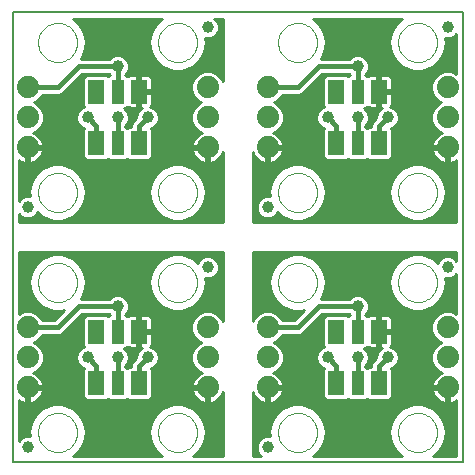
<source format=gbl>
G75*
G70*
%OFA0B0*%
%FSLAX24Y24*%
%IPPOS*%
%LPD*%
%AMOC8*
5,1,8,0,0,1.08239X$1,22.5*
%
%ADD10C,0.0080*%
%ADD11C,0.0000*%
%ADD12C,0.0394*%
%ADD13R,0.0551X0.0787*%
%ADD14R,0.0394X0.0787*%
%ADD15C,0.0740*%
%ADD16C,0.0160*%
%ADD17C,0.0397*%
%ADD18C,0.0100*%
D10*
X008338Y000501D02*
X008338Y015501D01*
X023338Y015501D01*
X023338Y000501D01*
X008338Y000501D01*
D11*
X009188Y001501D02*
X009190Y001551D01*
X009196Y001601D01*
X009206Y001651D01*
X009219Y001699D01*
X009236Y001747D01*
X009257Y001793D01*
X009281Y001837D01*
X009309Y001879D01*
X009340Y001919D01*
X009374Y001956D01*
X009411Y001991D01*
X009450Y002022D01*
X009491Y002051D01*
X009535Y002076D01*
X009581Y002098D01*
X009628Y002116D01*
X009676Y002130D01*
X009725Y002141D01*
X009775Y002148D01*
X009825Y002151D01*
X009876Y002150D01*
X009926Y002145D01*
X009976Y002136D01*
X010024Y002124D01*
X010072Y002107D01*
X010118Y002087D01*
X010163Y002064D01*
X010206Y002037D01*
X010246Y002007D01*
X010284Y001974D01*
X010319Y001938D01*
X010352Y001899D01*
X010381Y001858D01*
X010407Y001815D01*
X010430Y001770D01*
X010449Y001723D01*
X010464Y001675D01*
X010476Y001626D01*
X010484Y001576D01*
X010488Y001526D01*
X010488Y001476D01*
X010484Y001426D01*
X010476Y001376D01*
X010464Y001327D01*
X010449Y001279D01*
X010430Y001232D01*
X010407Y001187D01*
X010381Y001144D01*
X010352Y001103D01*
X010319Y001064D01*
X010284Y001028D01*
X010246Y000995D01*
X010206Y000965D01*
X010163Y000938D01*
X010118Y000915D01*
X010072Y000895D01*
X010024Y000878D01*
X009976Y000866D01*
X009926Y000857D01*
X009876Y000852D01*
X009825Y000851D01*
X009775Y000854D01*
X009725Y000861D01*
X009676Y000872D01*
X009628Y000886D01*
X009581Y000904D01*
X009535Y000926D01*
X009491Y000951D01*
X009450Y000980D01*
X009411Y001011D01*
X009374Y001046D01*
X009340Y001083D01*
X009309Y001123D01*
X009281Y001165D01*
X009257Y001209D01*
X009236Y001255D01*
X009219Y001303D01*
X009206Y001351D01*
X009196Y001401D01*
X009190Y001451D01*
X009188Y001501D01*
X013188Y001501D02*
X013190Y001551D01*
X013196Y001601D01*
X013206Y001651D01*
X013219Y001699D01*
X013236Y001747D01*
X013257Y001793D01*
X013281Y001837D01*
X013309Y001879D01*
X013340Y001919D01*
X013374Y001956D01*
X013411Y001991D01*
X013450Y002022D01*
X013491Y002051D01*
X013535Y002076D01*
X013581Y002098D01*
X013628Y002116D01*
X013676Y002130D01*
X013725Y002141D01*
X013775Y002148D01*
X013825Y002151D01*
X013876Y002150D01*
X013926Y002145D01*
X013976Y002136D01*
X014024Y002124D01*
X014072Y002107D01*
X014118Y002087D01*
X014163Y002064D01*
X014206Y002037D01*
X014246Y002007D01*
X014284Y001974D01*
X014319Y001938D01*
X014352Y001899D01*
X014381Y001858D01*
X014407Y001815D01*
X014430Y001770D01*
X014449Y001723D01*
X014464Y001675D01*
X014476Y001626D01*
X014484Y001576D01*
X014488Y001526D01*
X014488Y001476D01*
X014484Y001426D01*
X014476Y001376D01*
X014464Y001327D01*
X014449Y001279D01*
X014430Y001232D01*
X014407Y001187D01*
X014381Y001144D01*
X014352Y001103D01*
X014319Y001064D01*
X014284Y001028D01*
X014246Y000995D01*
X014206Y000965D01*
X014163Y000938D01*
X014118Y000915D01*
X014072Y000895D01*
X014024Y000878D01*
X013976Y000866D01*
X013926Y000857D01*
X013876Y000852D01*
X013825Y000851D01*
X013775Y000854D01*
X013725Y000861D01*
X013676Y000872D01*
X013628Y000886D01*
X013581Y000904D01*
X013535Y000926D01*
X013491Y000951D01*
X013450Y000980D01*
X013411Y001011D01*
X013374Y001046D01*
X013340Y001083D01*
X013309Y001123D01*
X013281Y001165D01*
X013257Y001209D01*
X013236Y001255D01*
X013219Y001303D01*
X013206Y001351D01*
X013196Y001401D01*
X013190Y001451D01*
X013188Y001501D01*
X017188Y001501D02*
X017190Y001551D01*
X017196Y001601D01*
X017206Y001651D01*
X017219Y001699D01*
X017236Y001747D01*
X017257Y001793D01*
X017281Y001837D01*
X017309Y001879D01*
X017340Y001919D01*
X017374Y001956D01*
X017411Y001991D01*
X017450Y002022D01*
X017491Y002051D01*
X017535Y002076D01*
X017581Y002098D01*
X017628Y002116D01*
X017676Y002130D01*
X017725Y002141D01*
X017775Y002148D01*
X017825Y002151D01*
X017876Y002150D01*
X017926Y002145D01*
X017976Y002136D01*
X018024Y002124D01*
X018072Y002107D01*
X018118Y002087D01*
X018163Y002064D01*
X018206Y002037D01*
X018246Y002007D01*
X018284Y001974D01*
X018319Y001938D01*
X018352Y001899D01*
X018381Y001858D01*
X018407Y001815D01*
X018430Y001770D01*
X018449Y001723D01*
X018464Y001675D01*
X018476Y001626D01*
X018484Y001576D01*
X018488Y001526D01*
X018488Y001476D01*
X018484Y001426D01*
X018476Y001376D01*
X018464Y001327D01*
X018449Y001279D01*
X018430Y001232D01*
X018407Y001187D01*
X018381Y001144D01*
X018352Y001103D01*
X018319Y001064D01*
X018284Y001028D01*
X018246Y000995D01*
X018206Y000965D01*
X018163Y000938D01*
X018118Y000915D01*
X018072Y000895D01*
X018024Y000878D01*
X017976Y000866D01*
X017926Y000857D01*
X017876Y000852D01*
X017825Y000851D01*
X017775Y000854D01*
X017725Y000861D01*
X017676Y000872D01*
X017628Y000886D01*
X017581Y000904D01*
X017535Y000926D01*
X017491Y000951D01*
X017450Y000980D01*
X017411Y001011D01*
X017374Y001046D01*
X017340Y001083D01*
X017309Y001123D01*
X017281Y001165D01*
X017257Y001209D01*
X017236Y001255D01*
X017219Y001303D01*
X017206Y001351D01*
X017196Y001401D01*
X017190Y001451D01*
X017188Y001501D01*
X021188Y001501D02*
X021190Y001551D01*
X021196Y001601D01*
X021206Y001651D01*
X021219Y001699D01*
X021236Y001747D01*
X021257Y001793D01*
X021281Y001837D01*
X021309Y001879D01*
X021340Y001919D01*
X021374Y001956D01*
X021411Y001991D01*
X021450Y002022D01*
X021491Y002051D01*
X021535Y002076D01*
X021581Y002098D01*
X021628Y002116D01*
X021676Y002130D01*
X021725Y002141D01*
X021775Y002148D01*
X021825Y002151D01*
X021876Y002150D01*
X021926Y002145D01*
X021976Y002136D01*
X022024Y002124D01*
X022072Y002107D01*
X022118Y002087D01*
X022163Y002064D01*
X022206Y002037D01*
X022246Y002007D01*
X022284Y001974D01*
X022319Y001938D01*
X022352Y001899D01*
X022381Y001858D01*
X022407Y001815D01*
X022430Y001770D01*
X022449Y001723D01*
X022464Y001675D01*
X022476Y001626D01*
X022484Y001576D01*
X022488Y001526D01*
X022488Y001476D01*
X022484Y001426D01*
X022476Y001376D01*
X022464Y001327D01*
X022449Y001279D01*
X022430Y001232D01*
X022407Y001187D01*
X022381Y001144D01*
X022352Y001103D01*
X022319Y001064D01*
X022284Y001028D01*
X022246Y000995D01*
X022206Y000965D01*
X022163Y000938D01*
X022118Y000915D01*
X022072Y000895D01*
X022024Y000878D01*
X021976Y000866D01*
X021926Y000857D01*
X021876Y000852D01*
X021825Y000851D01*
X021775Y000854D01*
X021725Y000861D01*
X021676Y000872D01*
X021628Y000886D01*
X021581Y000904D01*
X021535Y000926D01*
X021491Y000951D01*
X021450Y000980D01*
X021411Y001011D01*
X021374Y001046D01*
X021340Y001083D01*
X021309Y001123D01*
X021281Y001165D01*
X021257Y001209D01*
X021236Y001255D01*
X021219Y001303D01*
X021206Y001351D01*
X021196Y001401D01*
X021190Y001451D01*
X021188Y001501D01*
X021188Y006501D02*
X021190Y006551D01*
X021196Y006601D01*
X021206Y006651D01*
X021219Y006699D01*
X021236Y006747D01*
X021257Y006793D01*
X021281Y006837D01*
X021309Y006879D01*
X021340Y006919D01*
X021374Y006956D01*
X021411Y006991D01*
X021450Y007022D01*
X021491Y007051D01*
X021535Y007076D01*
X021581Y007098D01*
X021628Y007116D01*
X021676Y007130D01*
X021725Y007141D01*
X021775Y007148D01*
X021825Y007151D01*
X021876Y007150D01*
X021926Y007145D01*
X021976Y007136D01*
X022024Y007124D01*
X022072Y007107D01*
X022118Y007087D01*
X022163Y007064D01*
X022206Y007037D01*
X022246Y007007D01*
X022284Y006974D01*
X022319Y006938D01*
X022352Y006899D01*
X022381Y006858D01*
X022407Y006815D01*
X022430Y006770D01*
X022449Y006723D01*
X022464Y006675D01*
X022476Y006626D01*
X022484Y006576D01*
X022488Y006526D01*
X022488Y006476D01*
X022484Y006426D01*
X022476Y006376D01*
X022464Y006327D01*
X022449Y006279D01*
X022430Y006232D01*
X022407Y006187D01*
X022381Y006144D01*
X022352Y006103D01*
X022319Y006064D01*
X022284Y006028D01*
X022246Y005995D01*
X022206Y005965D01*
X022163Y005938D01*
X022118Y005915D01*
X022072Y005895D01*
X022024Y005878D01*
X021976Y005866D01*
X021926Y005857D01*
X021876Y005852D01*
X021825Y005851D01*
X021775Y005854D01*
X021725Y005861D01*
X021676Y005872D01*
X021628Y005886D01*
X021581Y005904D01*
X021535Y005926D01*
X021491Y005951D01*
X021450Y005980D01*
X021411Y006011D01*
X021374Y006046D01*
X021340Y006083D01*
X021309Y006123D01*
X021281Y006165D01*
X021257Y006209D01*
X021236Y006255D01*
X021219Y006303D01*
X021206Y006351D01*
X021196Y006401D01*
X021190Y006451D01*
X021188Y006501D01*
X017188Y006501D02*
X017190Y006551D01*
X017196Y006601D01*
X017206Y006651D01*
X017219Y006699D01*
X017236Y006747D01*
X017257Y006793D01*
X017281Y006837D01*
X017309Y006879D01*
X017340Y006919D01*
X017374Y006956D01*
X017411Y006991D01*
X017450Y007022D01*
X017491Y007051D01*
X017535Y007076D01*
X017581Y007098D01*
X017628Y007116D01*
X017676Y007130D01*
X017725Y007141D01*
X017775Y007148D01*
X017825Y007151D01*
X017876Y007150D01*
X017926Y007145D01*
X017976Y007136D01*
X018024Y007124D01*
X018072Y007107D01*
X018118Y007087D01*
X018163Y007064D01*
X018206Y007037D01*
X018246Y007007D01*
X018284Y006974D01*
X018319Y006938D01*
X018352Y006899D01*
X018381Y006858D01*
X018407Y006815D01*
X018430Y006770D01*
X018449Y006723D01*
X018464Y006675D01*
X018476Y006626D01*
X018484Y006576D01*
X018488Y006526D01*
X018488Y006476D01*
X018484Y006426D01*
X018476Y006376D01*
X018464Y006327D01*
X018449Y006279D01*
X018430Y006232D01*
X018407Y006187D01*
X018381Y006144D01*
X018352Y006103D01*
X018319Y006064D01*
X018284Y006028D01*
X018246Y005995D01*
X018206Y005965D01*
X018163Y005938D01*
X018118Y005915D01*
X018072Y005895D01*
X018024Y005878D01*
X017976Y005866D01*
X017926Y005857D01*
X017876Y005852D01*
X017825Y005851D01*
X017775Y005854D01*
X017725Y005861D01*
X017676Y005872D01*
X017628Y005886D01*
X017581Y005904D01*
X017535Y005926D01*
X017491Y005951D01*
X017450Y005980D01*
X017411Y006011D01*
X017374Y006046D01*
X017340Y006083D01*
X017309Y006123D01*
X017281Y006165D01*
X017257Y006209D01*
X017236Y006255D01*
X017219Y006303D01*
X017206Y006351D01*
X017196Y006401D01*
X017190Y006451D01*
X017188Y006501D01*
X013188Y006501D02*
X013190Y006551D01*
X013196Y006601D01*
X013206Y006651D01*
X013219Y006699D01*
X013236Y006747D01*
X013257Y006793D01*
X013281Y006837D01*
X013309Y006879D01*
X013340Y006919D01*
X013374Y006956D01*
X013411Y006991D01*
X013450Y007022D01*
X013491Y007051D01*
X013535Y007076D01*
X013581Y007098D01*
X013628Y007116D01*
X013676Y007130D01*
X013725Y007141D01*
X013775Y007148D01*
X013825Y007151D01*
X013876Y007150D01*
X013926Y007145D01*
X013976Y007136D01*
X014024Y007124D01*
X014072Y007107D01*
X014118Y007087D01*
X014163Y007064D01*
X014206Y007037D01*
X014246Y007007D01*
X014284Y006974D01*
X014319Y006938D01*
X014352Y006899D01*
X014381Y006858D01*
X014407Y006815D01*
X014430Y006770D01*
X014449Y006723D01*
X014464Y006675D01*
X014476Y006626D01*
X014484Y006576D01*
X014488Y006526D01*
X014488Y006476D01*
X014484Y006426D01*
X014476Y006376D01*
X014464Y006327D01*
X014449Y006279D01*
X014430Y006232D01*
X014407Y006187D01*
X014381Y006144D01*
X014352Y006103D01*
X014319Y006064D01*
X014284Y006028D01*
X014246Y005995D01*
X014206Y005965D01*
X014163Y005938D01*
X014118Y005915D01*
X014072Y005895D01*
X014024Y005878D01*
X013976Y005866D01*
X013926Y005857D01*
X013876Y005852D01*
X013825Y005851D01*
X013775Y005854D01*
X013725Y005861D01*
X013676Y005872D01*
X013628Y005886D01*
X013581Y005904D01*
X013535Y005926D01*
X013491Y005951D01*
X013450Y005980D01*
X013411Y006011D01*
X013374Y006046D01*
X013340Y006083D01*
X013309Y006123D01*
X013281Y006165D01*
X013257Y006209D01*
X013236Y006255D01*
X013219Y006303D01*
X013206Y006351D01*
X013196Y006401D01*
X013190Y006451D01*
X013188Y006501D01*
X009188Y006501D02*
X009190Y006551D01*
X009196Y006601D01*
X009206Y006651D01*
X009219Y006699D01*
X009236Y006747D01*
X009257Y006793D01*
X009281Y006837D01*
X009309Y006879D01*
X009340Y006919D01*
X009374Y006956D01*
X009411Y006991D01*
X009450Y007022D01*
X009491Y007051D01*
X009535Y007076D01*
X009581Y007098D01*
X009628Y007116D01*
X009676Y007130D01*
X009725Y007141D01*
X009775Y007148D01*
X009825Y007151D01*
X009876Y007150D01*
X009926Y007145D01*
X009976Y007136D01*
X010024Y007124D01*
X010072Y007107D01*
X010118Y007087D01*
X010163Y007064D01*
X010206Y007037D01*
X010246Y007007D01*
X010284Y006974D01*
X010319Y006938D01*
X010352Y006899D01*
X010381Y006858D01*
X010407Y006815D01*
X010430Y006770D01*
X010449Y006723D01*
X010464Y006675D01*
X010476Y006626D01*
X010484Y006576D01*
X010488Y006526D01*
X010488Y006476D01*
X010484Y006426D01*
X010476Y006376D01*
X010464Y006327D01*
X010449Y006279D01*
X010430Y006232D01*
X010407Y006187D01*
X010381Y006144D01*
X010352Y006103D01*
X010319Y006064D01*
X010284Y006028D01*
X010246Y005995D01*
X010206Y005965D01*
X010163Y005938D01*
X010118Y005915D01*
X010072Y005895D01*
X010024Y005878D01*
X009976Y005866D01*
X009926Y005857D01*
X009876Y005852D01*
X009825Y005851D01*
X009775Y005854D01*
X009725Y005861D01*
X009676Y005872D01*
X009628Y005886D01*
X009581Y005904D01*
X009535Y005926D01*
X009491Y005951D01*
X009450Y005980D01*
X009411Y006011D01*
X009374Y006046D01*
X009340Y006083D01*
X009309Y006123D01*
X009281Y006165D01*
X009257Y006209D01*
X009236Y006255D01*
X009219Y006303D01*
X009206Y006351D01*
X009196Y006401D01*
X009190Y006451D01*
X009188Y006501D01*
X009188Y009501D02*
X009190Y009551D01*
X009196Y009601D01*
X009206Y009651D01*
X009219Y009699D01*
X009236Y009747D01*
X009257Y009793D01*
X009281Y009837D01*
X009309Y009879D01*
X009340Y009919D01*
X009374Y009956D01*
X009411Y009991D01*
X009450Y010022D01*
X009491Y010051D01*
X009535Y010076D01*
X009581Y010098D01*
X009628Y010116D01*
X009676Y010130D01*
X009725Y010141D01*
X009775Y010148D01*
X009825Y010151D01*
X009876Y010150D01*
X009926Y010145D01*
X009976Y010136D01*
X010024Y010124D01*
X010072Y010107D01*
X010118Y010087D01*
X010163Y010064D01*
X010206Y010037D01*
X010246Y010007D01*
X010284Y009974D01*
X010319Y009938D01*
X010352Y009899D01*
X010381Y009858D01*
X010407Y009815D01*
X010430Y009770D01*
X010449Y009723D01*
X010464Y009675D01*
X010476Y009626D01*
X010484Y009576D01*
X010488Y009526D01*
X010488Y009476D01*
X010484Y009426D01*
X010476Y009376D01*
X010464Y009327D01*
X010449Y009279D01*
X010430Y009232D01*
X010407Y009187D01*
X010381Y009144D01*
X010352Y009103D01*
X010319Y009064D01*
X010284Y009028D01*
X010246Y008995D01*
X010206Y008965D01*
X010163Y008938D01*
X010118Y008915D01*
X010072Y008895D01*
X010024Y008878D01*
X009976Y008866D01*
X009926Y008857D01*
X009876Y008852D01*
X009825Y008851D01*
X009775Y008854D01*
X009725Y008861D01*
X009676Y008872D01*
X009628Y008886D01*
X009581Y008904D01*
X009535Y008926D01*
X009491Y008951D01*
X009450Y008980D01*
X009411Y009011D01*
X009374Y009046D01*
X009340Y009083D01*
X009309Y009123D01*
X009281Y009165D01*
X009257Y009209D01*
X009236Y009255D01*
X009219Y009303D01*
X009206Y009351D01*
X009196Y009401D01*
X009190Y009451D01*
X009188Y009501D01*
X013188Y009501D02*
X013190Y009551D01*
X013196Y009601D01*
X013206Y009651D01*
X013219Y009699D01*
X013236Y009747D01*
X013257Y009793D01*
X013281Y009837D01*
X013309Y009879D01*
X013340Y009919D01*
X013374Y009956D01*
X013411Y009991D01*
X013450Y010022D01*
X013491Y010051D01*
X013535Y010076D01*
X013581Y010098D01*
X013628Y010116D01*
X013676Y010130D01*
X013725Y010141D01*
X013775Y010148D01*
X013825Y010151D01*
X013876Y010150D01*
X013926Y010145D01*
X013976Y010136D01*
X014024Y010124D01*
X014072Y010107D01*
X014118Y010087D01*
X014163Y010064D01*
X014206Y010037D01*
X014246Y010007D01*
X014284Y009974D01*
X014319Y009938D01*
X014352Y009899D01*
X014381Y009858D01*
X014407Y009815D01*
X014430Y009770D01*
X014449Y009723D01*
X014464Y009675D01*
X014476Y009626D01*
X014484Y009576D01*
X014488Y009526D01*
X014488Y009476D01*
X014484Y009426D01*
X014476Y009376D01*
X014464Y009327D01*
X014449Y009279D01*
X014430Y009232D01*
X014407Y009187D01*
X014381Y009144D01*
X014352Y009103D01*
X014319Y009064D01*
X014284Y009028D01*
X014246Y008995D01*
X014206Y008965D01*
X014163Y008938D01*
X014118Y008915D01*
X014072Y008895D01*
X014024Y008878D01*
X013976Y008866D01*
X013926Y008857D01*
X013876Y008852D01*
X013825Y008851D01*
X013775Y008854D01*
X013725Y008861D01*
X013676Y008872D01*
X013628Y008886D01*
X013581Y008904D01*
X013535Y008926D01*
X013491Y008951D01*
X013450Y008980D01*
X013411Y009011D01*
X013374Y009046D01*
X013340Y009083D01*
X013309Y009123D01*
X013281Y009165D01*
X013257Y009209D01*
X013236Y009255D01*
X013219Y009303D01*
X013206Y009351D01*
X013196Y009401D01*
X013190Y009451D01*
X013188Y009501D01*
X017188Y009501D02*
X017190Y009551D01*
X017196Y009601D01*
X017206Y009651D01*
X017219Y009699D01*
X017236Y009747D01*
X017257Y009793D01*
X017281Y009837D01*
X017309Y009879D01*
X017340Y009919D01*
X017374Y009956D01*
X017411Y009991D01*
X017450Y010022D01*
X017491Y010051D01*
X017535Y010076D01*
X017581Y010098D01*
X017628Y010116D01*
X017676Y010130D01*
X017725Y010141D01*
X017775Y010148D01*
X017825Y010151D01*
X017876Y010150D01*
X017926Y010145D01*
X017976Y010136D01*
X018024Y010124D01*
X018072Y010107D01*
X018118Y010087D01*
X018163Y010064D01*
X018206Y010037D01*
X018246Y010007D01*
X018284Y009974D01*
X018319Y009938D01*
X018352Y009899D01*
X018381Y009858D01*
X018407Y009815D01*
X018430Y009770D01*
X018449Y009723D01*
X018464Y009675D01*
X018476Y009626D01*
X018484Y009576D01*
X018488Y009526D01*
X018488Y009476D01*
X018484Y009426D01*
X018476Y009376D01*
X018464Y009327D01*
X018449Y009279D01*
X018430Y009232D01*
X018407Y009187D01*
X018381Y009144D01*
X018352Y009103D01*
X018319Y009064D01*
X018284Y009028D01*
X018246Y008995D01*
X018206Y008965D01*
X018163Y008938D01*
X018118Y008915D01*
X018072Y008895D01*
X018024Y008878D01*
X017976Y008866D01*
X017926Y008857D01*
X017876Y008852D01*
X017825Y008851D01*
X017775Y008854D01*
X017725Y008861D01*
X017676Y008872D01*
X017628Y008886D01*
X017581Y008904D01*
X017535Y008926D01*
X017491Y008951D01*
X017450Y008980D01*
X017411Y009011D01*
X017374Y009046D01*
X017340Y009083D01*
X017309Y009123D01*
X017281Y009165D01*
X017257Y009209D01*
X017236Y009255D01*
X017219Y009303D01*
X017206Y009351D01*
X017196Y009401D01*
X017190Y009451D01*
X017188Y009501D01*
X021188Y009501D02*
X021190Y009551D01*
X021196Y009601D01*
X021206Y009651D01*
X021219Y009699D01*
X021236Y009747D01*
X021257Y009793D01*
X021281Y009837D01*
X021309Y009879D01*
X021340Y009919D01*
X021374Y009956D01*
X021411Y009991D01*
X021450Y010022D01*
X021491Y010051D01*
X021535Y010076D01*
X021581Y010098D01*
X021628Y010116D01*
X021676Y010130D01*
X021725Y010141D01*
X021775Y010148D01*
X021825Y010151D01*
X021876Y010150D01*
X021926Y010145D01*
X021976Y010136D01*
X022024Y010124D01*
X022072Y010107D01*
X022118Y010087D01*
X022163Y010064D01*
X022206Y010037D01*
X022246Y010007D01*
X022284Y009974D01*
X022319Y009938D01*
X022352Y009899D01*
X022381Y009858D01*
X022407Y009815D01*
X022430Y009770D01*
X022449Y009723D01*
X022464Y009675D01*
X022476Y009626D01*
X022484Y009576D01*
X022488Y009526D01*
X022488Y009476D01*
X022484Y009426D01*
X022476Y009376D01*
X022464Y009327D01*
X022449Y009279D01*
X022430Y009232D01*
X022407Y009187D01*
X022381Y009144D01*
X022352Y009103D01*
X022319Y009064D01*
X022284Y009028D01*
X022246Y008995D01*
X022206Y008965D01*
X022163Y008938D01*
X022118Y008915D01*
X022072Y008895D01*
X022024Y008878D01*
X021976Y008866D01*
X021926Y008857D01*
X021876Y008852D01*
X021825Y008851D01*
X021775Y008854D01*
X021725Y008861D01*
X021676Y008872D01*
X021628Y008886D01*
X021581Y008904D01*
X021535Y008926D01*
X021491Y008951D01*
X021450Y008980D01*
X021411Y009011D01*
X021374Y009046D01*
X021340Y009083D01*
X021309Y009123D01*
X021281Y009165D01*
X021257Y009209D01*
X021236Y009255D01*
X021219Y009303D01*
X021206Y009351D01*
X021196Y009401D01*
X021190Y009451D01*
X021188Y009501D01*
X021188Y014501D02*
X021190Y014551D01*
X021196Y014601D01*
X021206Y014651D01*
X021219Y014699D01*
X021236Y014747D01*
X021257Y014793D01*
X021281Y014837D01*
X021309Y014879D01*
X021340Y014919D01*
X021374Y014956D01*
X021411Y014991D01*
X021450Y015022D01*
X021491Y015051D01*
X021535Y015076D01*
X021581Y015098D01*
X021628Y015116D01*
X021676Y015130D01*
X021725Y015141D01*
X021775Y015148D01*
X021825Y015151D01*
X021876Y015150D01*
X021926Y015145D01*
X021976Y015136D01*
X022024Y015124D01*
X022072Y015107D01*
X022118Y015087D01*
X022163Y015064D01*
X022206Y015037D01*
X022246Y015007D01*
X022284Y014974D01*
X022319Y014938D01*
X022352Y014899D01*
X022381Y014858D01*
X022407Y014815D01*
X022430Y014770D01*
X022449Y014723D01*
X022464Y014675D01*
X022476Y014626D01*
X022484Y014576D01*
X022488Y014526D01*
X022488Y014476D01*
X022484Y014426D01*
X022476Y014376D01*
X022464Y014327D01*
X022449Y014279D01*
X022430Y014232D01*
X022407Y014187D01*
X022381Y014144D01*
X022352Y014103D01*
X022319Y014064D01*
X022284Y014028D01*
X022246Y013995D01*
X022206Y013965D01*
X022163Y013938D01*
X022118Y013915D01*
X022072Y013895D01*
X022024Y013878D01*
X021976Y013866D01*
X021926Y013857D01*
X021876Y013852D01*
X021825Y013851D01*
X021775Y013854D01*
X021725Y013861D01*
X021676Y013872D01*
X021628Y013886D01*
X021581Y013904D01*
X021535Y013926D01*
X021491Y013951D01*
X021450Y013980D01*
X021411Y014011D01*
X021374Y014046D01*
X021340Y014083D01*
X021309Y014123D01*
X021281Y014165D01*
X021257Y014209D01*
X021236Y014255D01*
X021219Y014303D01*
X021206Y014351D01*
X021196Y014401D01*
X021190Y014451D01*
X021188Y014501D01*
X017188Y014501D02*
X017190Y014551D01*
X017196Y014601D01*
X017206Y014651D01*
X017219Y014699D01*
X017236Y014747D01*
X017257Y014793D01*
X017281Y014837D01*
X017309Y014879D01*
X017340Y014919D01*
X017374Y014956D01*
X017411Y014991D01*
X017450Y015022D01*
X017491Y015051D01*
X017535Y015076D01*
X017581Y015098D01*
X017628Y015116D01*
X017676Y015130D01*
X017725Y015141D01*
X017775Y015148D01*
X017825Y015151D01*
X017876Y015150D01*
X017926Y015145D01*
X017976Y015136D01*
X018024Y015124D01*
X018072Y015107D01*
X018118Y015087D01*
X018163Y015064D01*
X018206Y015037D01*
X018246Y015007D01*
X018284Y014974D01*
X018319Y014938D01*
X018352Y014899D01*
X018381Y014858D01*
X018407Y014815D01*
X018430Y014770D01*
X018449Y014723D01*
X018464Y014675D01*
X018476Y014626D01*
X018484Y014576D01*
X018488Y014526D01*
X018488Y014476D01*
X018484Y014426D01*
X018476Y014376D01*
X018464Y014327D01*
X018449Y014279D01*
X018430Y014232D01*
X018407Y014187D01*
X018381Y014144D01*
X018352Y014103D01*
X018319Y014064D01*
X018284Y014028D01*
X018246Y013995D01*
X018206Y013965D01*
X018163Y013938D01*
X018118Y013915D01*
X018072Y013895D01*
X018024Y013878D01*
X017976Y013866D01*
X017926Y013857D01*
X017876Y013852D01*
X017825Y013851D01*
X017775Y013854D01*
X017725Y013861D01*
X017676Y013872D01*
X017628Y013886D01*
X017581Y013904D01*
X017535Y013926D01*
X017491Y013951D01*
X017450Y013980D01*
X017411Y014011D01*
X017374Y014046D01*
X017340Y014083D01*
X017309Y014123D01*
X017281Y014165D01*
X017257Y014209D01*
X017236Y014255D01*
X017219Y014303D01*
X017206Y014351D01*
X017196Y014401D01*
X017190Y014451D01*
X017188Y014501D01*
X013188Y014501D02*
X013190Y014551D01*
X013196Y014601D01*
X013206Y014651D01*
X013219Y014699D01*
X013236Y014747D01*
X013257Y014793D01*
X013281Y014837D01*
X013309Y014879D01*
X013340Y014919D01*
X013374Y014956D01*
X013411Y014991D01*
X013450Y015022D01*
X013491Y015051D01*
X013535Y015076D01*
X013581Y015098D01*
X013628Y015116D01*
X013676Y015130D01*
X013725Y015141D01*
X013775Y015148D01*
X013825Y015151D01*
X013876Y015150D01*
X013926Y015145D01*
X013976Y015136D01*
X014024Y015124D01*
X014072Y015107D01*
X014118Y015087D01*
X014163Y015064D01*
X014206Y015037D01*
X014246Y015007D01*
X014284Y014974D01*
X014319Y014938D01*
X014352Y014899D01*
X014381Y014858D01*
X014407Y014815D01*
X014430Y014770D01*
X014449Y014723D01*
X014464Y014675D01*
X014476Y014626D01*
X014484Y014576D01*
X014488Y014526D01*
X014488Y014476D01*
X014484Y014426D01*
X014476Y014376D01*
X014464Y014327D01*
X014449Y014279D01*
X014430Y014232D01*
X014407Y014187D01*
X014381Y014144D01*
X014352Y014103D01*
X014319Y014064D01*
X014284Y014028D01*
X014246Y013995D01*
X014206Y013965D01*
X014163Y013938D01*
X014118Y013915D01*
X014072Y013895D01*
X014024Y013878D01*
X013976Y013866D01*
X013926Y013857D01*
X013876Y013852D01*
X013825Y013851D01*
X013775Y013854D01*
X013725Y013861D01*
X013676Y013872D01*
X013628Y013886D01*
X013581Y013904D01*
X013535Y013926D01*
X013491Y013951D01*
X013450Y013980D01*
X013411Y014011D01*
X013374Y014046D01*
X013340Y014083D01*
X013309Y014123D01*
X013281Y014165D01*
X013257Y014209D01*
X013236Y014255D01*
X013219Y014303D01*
X013206Y014351D01*
X013196Y014401D01*
X013190Y014451D01*
X013188Y014501D01*
X009188Y014501D02*
X009190Y014551D01*
X009196Y014601D01*
X009206Y014651D01*
X009219Y014699D01*
X009236Y014747D01*
X009257Y014793D01*
X009281Y014837D01*
X009309Y014879D01*
X009340Y014919D01*
X009374Y014956D01*
X009411Y014991D01*
X009450Y015022D01*
X009491Y015051D01*
X009535Y015076D01*
X009581Y015098D01*
X009628Y015116D01*
X009676Y015130D01*
X009725Y015141D01*
X009775Y015148D01*
X009825Y015151D01*
X009876Y015150D01*
X009926Y015145D01*
X009976Y015136D01*
X010024Y015124D01*
X010072Y015107D01*
X010118Y015087D01*
X010163Y015064D01*
X010206Y015037D01*
X010246Y015007D01*
X010284Y014974D01*
X010319Y014938D01*
X010352Y014899D01*
X010381Y014858D01*
X010407Y014815D01*
X010430Y014770D01*
X010449Y014723D01*
X010464Y014675D01*
X010476Y014626D01*
X010484Y014576D01*
X010488Y014526D01*
X010488Y014476D01*
X010484Y014426D01*
X010476Y014376D01*
X010464Y014327D01*
X010449Y014279D01*
X010430Y014232D01*
X010407Y014187D01*
X010381Y014144D01*
X010352Y014103D01*
X010319Y014064D01*
X010284Y014028D01*
X010246Y013995D01*
X010206Y013965D01*
X010163Y013938D01*
X010118Y013915D01*
X010072Y013895D01*
X010024Y013878D01*
X009976Y013866D01*
X009926Y013857D01*
X009876Y013852D01*
X009825Y013851D01*
X009775Y013854D01*
X009725Y013861D01*
X009676Y013872D01*
X009628Y013886D01*
X009581Y013904D01*
X009535Y013926D01*
X009491Y013951D01*
X009450Y013980D01*
X009411Y014011D01*
X009374Y014046D01*
X009340Y014083D01*
X009309Y014123D01*
X009281Y014165D01*
X009257Y014209D01*
X009236Y014255D01*
X009219Y014303D01*
X009206Y014351D01*
X009196Y014401D01*
X009190Y014451D01*
X009188Y014501D01*
D12*
X014838Y015001D03*
X022838Y015001D03*
X016838Y009001D03*
X014838Y007001D03*
X008838Y009001D03*
X022838Y007001D03*
X016838Y001001D03*
X008838Y001001D03*
D13*
X011129Y003135D03*
X012547Y003135D03*
X012547Y004867D03*
X011129Y004867D03*
X019129Y004867D03*
X020547Y004867D03*
X020547Y003135D03*
X019129Y003135D03*
X019129Y011135D03*
X020547Y011135D03*
X020547Y012867D03*
X019129Y012867D03*
X012547Y012867D03*
X011129Y012867D03*
X011129Y011135D03*
X012547Y011135D03*
D14*
X011838Y011135D03*
X011838Y012867D03*
X019838Y012867D03*
X019838Y011135D03*
X019838Y004867D03*
X019838Y003135D03*
X011838Y003135D03*
X011838Y004867D03*
D15*
X008838Y005001D03*
X008838Y004001D03*
X008838Y003001D03*
X014838Y003001D03*
X016838Y003001D03*
X016838Y004001D03*
X014838Y004001D03*
X014838Y005001D03*
X016838Y005001D03*
X022838Y005001D03*
X022838Y004001D03*
X022838Y003001D03*
X022838Y011001D03*
X022838Y012001D03*
X022838Y013001D03*
X016838Y013001D03*
X014838Y013001D03*
X014838Y012001D03*
X016838Y012001D03*
X016838Y011001D03*
X014838Y011001D03*
X008838Y011001D03*
X008838Y012001D03*
X008838Y013001D03*
D16*
X009838Y013001D01*
X010538Y013701D01*
X011838Y013701D01*
X011838Y012867D01*
X011838Y012001D02*
X011838Y011135D01*
X011129Y011135D02*
X011129Y011710D01*
X010838Y012001D01*
X012547Y011710D02*
X012838Y012001D01*
X012547Y011710D02*
X012547Y011135D01*
X016838Y013001D02*
X017838Y013001D01*
X018538Y013701D01*
X019838Y013701D01*
X019838Y012867D01*
X019838Y012001D02*
X019838Y011135D01*
X020547Y011135D02*
X020547Y011710D01*
X020838Y012001D01*
X019129Y011710D02*
X018838Y012001D01*
X019129Y011710D02*
X019129Y011135D01*
X018538Y005701D02*
X017838Y005001D01*
X016838Y005001D01*
X018538Y005701D02*
X019838Y005701D01*
X019838Y004867D01*
X019838Y004001D02*
X019838Y003135D01*
X020547Y003135D02*
X020547Y003710D01*
X020838Y004001D01*
X019129Y003710D02*
X018838Y004001D01*
X019129Y003710D02*
X019129Y003135D01*
X012838Y004001D02*
X012547Y003710D01*
X012547Y003135D01*
X011838Y003135D02*
X011838Y004001D01*
X011129Y003710D02*
X010838Y004001D01*
X011129Y003710D02*
X011129Y003135D01*
X011838Y004867D02*
X011838Y005701D01*
X010538Y005701D01*
X009838Y005001D01*
X008838Y005001D01*
D17*
X009838Y004501D03*
X010838Y004001D03*
X011838Y004001D03*
X012838Y004001D03*
X013338Y003501D03*
X013838Y004501D03*
X011838Y005701D03*
X010338Y003501D03*
X008838Y002001D03*
X014838Y002001D03*
X016838Y002001D03*
X018338Y003501D03*
X018838Y004001D03*
X019838Y004001D03*
X020838Y004001D03*
X021338Y003501D03*
X021838Y004501D03*
X019838Y005701D03*
X017838Y004501D03*
X022838Y002001D03*
X022838Y010001D03*
X021338Y011501D03*
X020838Y012001D03*
X019838Y012001D03*
X018838Y012001D03*
X018338Y011501D03*
X017838Y012501D03*
X019838Y013701D03*
X021838Y012501D03*
X016838Y010001D03*
X014838Y010001D03*
X013338Y011501D03*
X012838Y012001D03*
X011838Y012001D03*
X010838Y012001D03*
X010338Y011501D03*
X009838Y012501D03*
X011838Y013701D03*
X013838Y012501D03*
X008838Y010001D03*
D18*
X008991Y009914D02*
X008548Y009914D01*
X008548Y010012D02*
X009048Y010012D01*
X009105Y010111D02*
X008548Y010111D01*
X008548Y010209D02*
X009220Y010209D01*
X009107Y010115D02*
X009107Y010115D01*
X009107Y010115D01*
X009361Y010328D01*
X009361Y010328D01*
X009672Y010441D01*
X009672Y010441D01*
X009751Y010441D01*
X009821Y010441D01*
X009838Y010441D01*
X009925Y010441D01*
X010004Y010441D01*
X010004Y010441D01*
X010315Y010328D01*
X010315Y010328D01*
X010569Y010115D01*
X010569Y010115D01*
X010735Y009828D01*
X010735Y009828D01*
X010793Y009501D01*
X010793Y009501D01*
X010735Y009175D01*
X010735Y009175D01*
X010569Y008888D01*
X010569Y008888D01*
X010569Y008888D01*
X010315Y008675D01*
X010315Y008675D01*
X010004Y008561D01*
X010004Y008561D01*
X009925Y008561D01*
X009838Y008561D01*
X009672Y008561D01*
X009672Y008561D01*
X009361Y008675D01*
X009361Y008675D01*
X009167Y008837D01*
X009149Y008793D01*
X009046Y008690D01*
X008911Y008634D01*
X008765Y008634D01*
X008630Y008690D01*
X008548Y008772D01*
X008548Y008501D01*
X015338Y008501D01*
X015338Y010857D01*
X015320Y010802D01*
X015283Y010729D01*
X015235Y010662D01*
X015177Y010605D01*
X015111Y010556D01*
X015038Y010519D01*
X014960Y010494D01*
X014888Y010483D01*
X014888Y010951D01*
X014788Y010951D01*
X014788Y010483D01*
X014716Y010494D01*
X014638Y010519D01*
X014566Y010556D01*
X014499Y010605D01*
X014441Y010662D01*
X014393Y010729D01*
X014356Y010802D01*
X014331Y010879D01*
X014320Y010951D01*
X014788Y010951D01*
X014788Y011051D01*
X014320Y011051D01*
X014331Y011123D01*
X014356Y011201D01*
X014393Y011274D01*
X014441Y011340D01*
X014499Y011398D01*
X014566Y011446D01*
X014638Y011483D01*
X014661Y011490D01*
X014532Y011543D01*
X014380Y011695D01*
X014298Y011894D01*
X014298Y012109D01*
X014380Y012307D01*
X014532Y012459D01*
X014634Y012501D01*
X014532Y012543D01*
X014380Y012695D01*
X014298Y012894D01*
X014298Y013109D01*
X014380Y013307D01*
X014532Y013459D01*
X014731Y013541D01*
X014946Y013541D01*
X015144Y013459D01*
X015296Y013307D01*
X015338Y013205D01*
X015338Y015291D01*
X015067Y015291D01*
X015149Y015209D01*
X015205Y015074D01*
X015205Y014928D01*
X015149Y014793D01*
X015046Y014690D01*
X014911Y014634D01*
X014769Y014634D01*
X014793Y014501D01*
X014793Y014501D01*
X014735Y014175D01*
X014735Y014175D01*
X014569Y013888D01*
X014569Y013888D01*
X014569Y013888D01*
X014315Y013675D01*
X014315Y013675D01*
X014004Y013561D01*
X014004Y013561D01*
X013838Y013561D01*
X013751Y013561D01*
X013672Y013561D01*
X013361Y013675D01*
X013361Y013675D01*
X013107Y013888D01*
X013107Y013888D01*
X012941Y014175D01*
X012941Y014175D01*
X012884Y014501D01*
X012884Y014501D01*
X012941Y014828D01*
X012941Y014828D01*
X013107Y015115D01*
X013107Y015115D01*
X013107Y015115D01*
X013317Y015291D01*
X010359Y015291D01*
X010569Y015115D01*
X010569Y015115D01*
X010735Y014828D01*
X010793Y014501D01*
X010793Y014501D01*
X010735Y014175D01*
X010735Y014175D01*
X010606Y013951D01*
X011567Y013951D01*
X011629Y014014D01*
X011765Y014070D01*
X011911Y014070D01*
X012047Y014014D01*
X012150Y013910D01*
X012206Y013775D01*
X012206Y013628D01*
X012150Y013493D01*
X012089Y013431D01*
X012105Y013431D01*
X012167Y013369D01*
X012179Y013381D01*
X012213Y013401D01*
X012251Y013411D01*
X012497Y013411D01*
X012497Y012918D01*
X012597Y012918D01*
X012597Y013411D01*
X012842Y013411D01*
X012880Y013401D01*
X012914Y013381D01*
X012942Y013353D01*
X012962Y013319D01*
X012972Y013281D01*
X012972Y012917D01*
X012597Y012917D01*
X012597Y012817D01*
X012597Y012324D01*
X012654Y012324D01*
X012629Y012314D01*
X012526Y012210D01*
X012470Y012075D01*
X012470Y011986D01*
X012335Y011851D01*
X012297Y011760D01*
X012297Y011699D01*
X012201Y011699D01*
X012153Y011651D01*
X012105Y011699D01*
X012088Y011699D01*
X012088Y011730D01*
X012150Y011793D01*
X012206Y011928D01*
X012206Y012075D01*
X012150Y012210D01*
X012057Y012304D01*
X012105Y012304D01*
X012167Y012366D01*
X012179Y012354D01*
X012213Y012334D01*
X012251Y012324D01*
X012497Y012324D01*
X012497Y012817D01*
X012597Y012817D01*
X012972Y012817D01*
X012972Y012454D01*
X012962Y012416D01*
X012942Y012382D01*
X012925Y012364D01*
X013047Y012314D01*
X013150Y012210D01*
X013206Y012075D01*
X013206Y011928D01*
X013150Y011793D01*
X013047Y011689D01*
X012945Y011647D01*
X012992Y011599D01*
X012992Y010671D01*
X012893Y010571D01*
X012201Y010571D01*
X012153Y010619D01*
X012105Y010571D01*
X011571Y010571D01*
X011523Y010619D01*
X011475Y010571D01*
X010783Y010571D01*
X010684Y010671D01*
X010684Y011599D01*
X010731Y011647D01*
X010629Y011689D01*
X010526Y011793D01*
X010470Y011928D01*
X010470Y012075D01*
X010526Y012210D01*
X010629Y012314D01*
X010731Y012356D01*
X010684Y012403D01*
X010684Y013331D01*
X010783Y013431D01*
X011475Y013431D01*
X011523Y013383D01*
X011571Y013431D01*
X011587Y013431D01*
X011567Y013451D01*
X010642Y013451D01*
X010050Y012860D01*
X009980Y012789D01*
X009888Y012751D01*
X009319Y012751D01*
X009296Y012695D01*
X009144Y012543D01*
X009042Y012501D01*
X009144Y012459D01*
X009296Y012307D01*
X009378Y012109D01*
X009378Y011894D01*
X009296Y011695D01*
X009144Y011543D01*
X009016Y011490D01*
X009038Y011483D01*
X009111Y011446D01*
X009177Y011398D01*
X009235Y011340D01*
X009283Y011274D01*
X009320Y011201D01*
X009345Y011123D01*
X009357Y011051D01*
X008888Y011051D01*
X008888Y010951D01*
X008888Y010483D01*
X008960Y010494D01*
X009038Y010519D01*
X009111Y010556D01*
X009177Y010605D01*
X009235Y010662D01*
X009283Y010729D01*
X009320Y010802D01*
X009345Y010879D01*
X009357Y010951D01*
X008888Y010951D01*
X008788Y010951D01*
X008788Y010483D01*
X008716Y010494D01*
X008638Y010519D01*
X008566Y010556D01*
X008548Y010569D01*
X008548Y009230D01*
X008630Y009312D01*
X008765Y009368D01*
X008907Y009368D01*
X008884Y009501D01*
X008884Y009501D01*
X008941Y009828D01*
X008941Y009828D01*
X009107Y010115D01*
X009337Y010308D02*
X008548Y010308D01*
X008548Y010407D02*
X009577Y010407D01*
X009176Y010604D02*
X010751Y010604D01*
X010684Y010702D02*
X009264Y010702D01*
X009319Y010801D02*
X010684Y010801D01*
X010684Y010899D02*
X009348Y010899D01*
X009349Y011096D02*
X010684Y011096D01*
X010684Y010998D02*
X008888Y010998D01*
X008888Y010899D02*
X008788Y010899D01*
X008788Y010801D02*
X008888Y010801D01*
X008888Y010702D02*
X008788Y010702D01*
X008788Y010604D02*
X008888Y010604D01*
X008888Y010505D02*
X008788Y010505D01*
X008682Y010505D02*
X008548Y010505D01*
X008994Y010505D02*
X014682Y010505D01*
X014788Y010505D02*
X014888Y010505D01*
X014888Y010604D02*
X014788Y010604D01*
X014788Y010702D02*
X014888Y010702D01*
X014888Y010801D02*
X014788Y010801D01*
X014788Y010899D02*
X014888Y010899D01*
X014788Y010998D02*
X012992Y010998D01*
X012992Y011096D02*
X014327Y011096D01*
X014354Y011195D02*
X012992Y011195D01*
X012992Y011293D02*
X014408Y011293D01*
X014493Y011392D02*
X012992Y011392D01*
X012992Y011491D02*
X014660Y011491D01*
X014487Y011589D02*
X012992Y011589D01*
X013044Y011688D02*
X014388Y011688D01*
X014343Y011786D02*
X013144Y011786D01*
X013189Y011885D02*
X014302Y011885D01*
X014298Y011983D02*
X013206Y011983D01*
X013204Y012082D02*
X014298Y012082D01*
X014328Y012180D02*
X013163Y012180D01*
X013081Y012279D02*
X014369Y012279D01*
X014451Y012377D02*
X012938Y012377D01*
X012972Y012476D02*
X014573Y012476D01*
X014501Y012575D02*
X012972Y012575D01*
X012972Y012673D02*
X014403Y012673D01*
X014349Y012772D02*
X012972Y012772D01*
X012972Y012969D02*
X014298Y012969D01*
X014298Y013067D02*
X012972Y013067D01*
X012972Y013166D02*
X014322Y013166D01*
X014363Y013264D02*
X012972Y013264D01*
X012933Y013363D02*
X014436Y013363D01*
X014538Y013461D02*
X012119Y013461D01*
X012178Y013560D02*
X015338Y013560D01*
X015338Y013659D02*
X014271Y013659D01*
X014414Y013757D02*
X015338Y013757D01*
X015338Y013856D02*
X014531Y013856D01*
X014608Y013954D02*
X015338Y013954D01*
X015338Y014053D02*
X014664Y014053D01*
X014721Y014151D02*
X015338Y014151D01*
X015338Y014250D02*
X014748Y014250D01*
X014766Y014348D02*
X015338Y014348D01*
X015338Y014447D02*
X014783Y014447D01*
X014785Y014545D02*
X015338Y014545D01*
X015338Y014644D02*
X014934Y014644D01*
X015098Y014742D02*
X015338Y014742D01*
X015338Y014841D02*
X015169Y014841D01*
X015205Y014940D02*
X015338Y014940D01*
X015338Y015038D02*
X015205Y015038D01*
X015179Y015137D02*
X015338Y015137D01*
X015338Y015235D02*
X015123Y015235D01*
X013251Y015235D02*
X010426Y015235D01*
X010543Y015137D02*
X013133Y015137D01*
X013063Y015038D02*
X010614Y015038D01*
X010670Y014940D02*
X013006Y014940D01*
X012949Y014841D02*
X010727Y014841D01*
X010750Y014742D02*
X012926Y014742D01*
X012909Y014644D02*
X010767Y014644D01*
X010785Y014545D02*
X012891Y014545D01*
X012893Y014447D02*
X010783Y014447D01*
X010766Y014348D02*
X012911Y014348D01*
X012928Y014250D02*
X010748Y014250D01*
X010721Y014151D02*
X012955Y014151D01*
X013012Y014053D02*
X011952Y014053D01*
X012106Y013954D02*
X013069Y013954D01*
X013145Y013856D02*
X012173Y013856D01*
X012206Y013757D02*
X013263Y013757D01*
X013405Y013659D02*
X012206Y013659D01*
X012497Y013363D02*
X012597Y013363D01*
X012597Y013264D02*
X012497Y013264D01*
X012497Y013166D02*
X012597Y013166D01*
X012597Y013067D02*
X012497Y013067D01*
X012497Y012969D02*
X012597Y012969D01*
X012597Y012870D02*
X014308Y012870D01*
X015240Y013363D02*
X015338Y013363D01*
X015338Y013461D02*
X015138Y013461D01*
X015314Y013264D02*
X015338Y013264D01*
X017042Y012501D02*
X017144Y012543D01*
X017296Y012695D01*
X017319Y012751D01*
X017888Y012751D01*
X017980Y012789D01*
X018050Y012860D01*
X018642Y013451D01*
X019567Y013451D01*
X019587Y013431D01*
X019571Y013431D01*
X019523Y013383D01*
X019475Y013431D01*
X018783Y013431D01*
X018684Y013331D01*
X018684Y012403D01*
X018731Y012356D01*
X018629Y012314D01*
X018526Y012210D01*
X018470Y012075D01*
X018470Y011928D01*
X018526Y011793D01*
X018629Y011689D01*
X018731Y011647D01*
X018684Y011599D01*
X018684Y010671D01*
X018783Y010571D01*
X019475Y010571D01*
X019523Y010619D01*
X019571Y010571D01*
X020105Y010571D01*
X020153Y010619D01*
X020201Y010571D01*
X020893Y010571D01*
X020992Y010671D01*
X020992Y011599D01*
X020945Y011647D01*
X021047Y011689D01*
X021150Y011793D01*
X021206Y011928D01*
X021206Y012075D01*
X021150Y012210D01*
X021047Y012314D01*
X020925Y012364D01*
X020942Y012382D01*
X020962Y012416D01*
X020972Y012454D01*
X020972Y012817D01*
X020597Y012817D01*
X020597Y012324D01*
X020654Y012324D01*
X020629Y012314D01*
X020526Y012210D01*
X020470Y012075D01*
X020470Y011986D01*
X020335Y011851D01*
X020297Y011760D01*
X020297Y011699D01*
X020201Y011699D01*
X020153Y011651D01*
X020105Y011699D01*
X020088Y011699D01*
X020088Y011730D01*
X020150Y011793D01*
X020206Y011928D01*
X020206Y012075D01*
X020150Y012210D01*
X020057Y012304D01*
X020105Y012304D01*
X020167Y012366D01*
X020179Y012354D01*
X020213Y012334D01*
X020251Y012324D01*
X020497Y012324D01*
X020497Y012817D01*
X020597Y012817D01*
X020597Y012917D01*
X020972Y012917D01*
X020972Y013281D01*
X020962Y013319D01*
X020942Y013353D01*
X020914Y013381D01*
X020880Y013401D01*
X020842Y013411D01*
X020597Y013411D01*
X020597Y012918D01*
X020497Y012918D01*
X020497Y013411D01*
X020251Y013411D01*
X020213Y013401D01*
X020179Y013381D01*
X020167Y013369D01*
X020105Y013431D01*
X020089Y013431D01*
X020150Y013493D01*
X020206Y013628D01*
X020206Y013775D01*
X020150Y013910D01*
X020047Y014014D01*
X019911Y014070D01*
X019765Y014070D01*
X019629Y014014D01*
X019567Y013951D01*
X018606Y013951D01*
X018735Y014175D01*
X018793Y014501D01*
X018793Y014501D01*
X018735Y014828D01*
X018569Y015115D01*
X018359Y015291D01*
X021317Y015291D01*
X021107Y015115D01*
X020941Y014828D01*
X020941Y014828D01*
X020884Y014501D01*
X020941Y014175D01*
X021107Y013888D01*
X021107Y013888D01*
X021361Y013675D01*
X021672Y013561D01*
X021672Y013561D01*
X021751Y013561D01*
X021838Y013561D01*
X022004Y013561D01*
X022315Y013675D01*
X022569Y013888D01*
X022735Y014175D01*
X022793Y014501D01*
X022793Y014501D01*
X022769Y014634D01*
X022911Y014634D01*
X023046Y014690D01*
X023128Y014772D01*
X023128Y013466D01*
X022946Y013541D01*
X022731Y013541D01*
X022532Y013459D01*
X022380Y013307D01*
X022298Y013109D01*
X022298Y012894D01*
X022380Y012695D01*
X022532Y012543D01*
X022634Y012501D01*
X022532Y012459D01*
X022380Y012307D01*
X022298Y012109D01*
X022298Y011894D01*
X022380Y011695D01*
X022532Y011543D01*
X022661Y011490D01*
X022638Y011483D01*
X022566Y011446D01*
X022499Y011398D01*
X022441Y011340D01*
X022393Y011274D01*
X022356Y011201D01*
X022331Y011123D01*
X022320Y011051D01*
X022788Y011051D01*
X022788Y010951D01*
X022888Y010951D01*
X022888Y010483D01*
X022960Y010494D01*
X023038Y010519D01*
X023111Y010556D01*
X023128Y010569D01*
X023128Y008501D01*
X016338Y008501D01*
X016338Y010857D01*
X016356Y010802D01*
X016393Y010729D01*
X016441Y010662D01*
X016499Y010605D01*
X016566Y010556D01*
X016638Y010519D01*
X016716Y010494D01*
X016788Y010483D01*
X016788Y010951D01*
X016888Y010951D01*
X016888Y010483D01*
X016960Y010494D01*
X017038Y010519D01*
X017111Y010556D01*
X017177Y010605D01*
X017235Y010662D01*
X017283Y010729D01*
X017320Y010802D01*
X017345Y010879D01*
X017357Y010951D01*
X016888Y010951D01*
X016888Y011051D01*
X017357Y011051D01*
X017345Y011123D01*
X017320Y011201D01*
X017283Y011274D01*
X017235Y011340D01*
X017177Y011398D01*
X017111Y011446D01*
X017038Y011483D01*
X017016Y011490D01*
X017144Y011543D01*
X017296Y011695D01*
X017378Y011894D01*
X017378Y012109D01*
X017296Y012307D01*
X017144Y012459D01*
X017042Y012501D01*
X017103Y012476D02*
X018684Y012476D01*
X018684Y012575D02*
X017175Y012575D01*
X017274Y012673D02*
X018684Y012673D01*
X018684Y012772D02*
X017937Y012772D01*
X018061Y012870D02*
X018684Y012870D01*
X018684Y012969D02*
X018159Y012969D01*
X018258Y013067D02*
X018684Y013067D01*
X018684Y013166D02*
X018356Y013166D01*
X018455Y013264D02*
X018684Y013264D01*
X018715Y013363D02*
X018553Y013363D01*
X020119Y013461D02*
X022538Y013461D01*
X022436Y013363D02*
X020933Y013363D01*
X020972Y013264D02*
X022363Y013264D01*
X022322Y013166D02*
X020972Y013166D01*
X020972Y013067D02*
X022298Y013067D01*
X022298Y012969D02*
X020972Y012969D01*
X020972Y012772D02*
X022349Y012772D01*
X022308Y012870D02*
X020597Y012870D01*
X020597Y012772D02*
X020497Y012772D01*
X020497Y012673D02*
X020597Y012673D01*
X020597Y012575D02*
X020497Y012575D01*
X020497Y012476D02*
X020597Y012476D01*
X020597Y012377D02*
X020497Y012377D01*
X020595Y012279D02*
X020081Y012279D01*
X020163Y012180D02*
X020514Y012180D01*
X020473Y012082D02*
X020204Y012082D01*
X020206Y011983D02*
X020467Y011983D01*
X020368Y011885D02*
X020189Y011885D01*
X020144Y011786D02*
X020308Y011786D01*
X020190Y011688D02*
X020116Y011688D01*
X020992Y011589D02*
X022487Y011589D01*
X022388Y011688D02*
X021044Y011688D01*
X021144Y011786D02*
X022343Y011786D01*
X022302Y011885D02*
X021189Y011885D01*
X021206Y011983D02*
X022298Y011983D01*
X022298Y012082D02*
X021204Y012082D01*
X021163Y012180D02*
X022328Y012180D01*
X022369Y012279D02*
X021081Y012279D01*
X020938Y012377D02*
X022451Y012377D01*
X022573Y012476D02*
X020972Y012476D01*
X020972Y012575D02*
X022501Y012575D01*
X022403Y012673D02*
X020972Y012673D01*
X020597Y012969D02*
X020497Y012969D01*
X020497Y013067D02*
X020597Y013067D01*
X020597Y013166D02*
X020497Y013166D01*
X020497Y013264D02*
X020597Y013264D01*
X020597Y013363D02*
X020497Y013363D01*
X020178Y013560D02*
X023128Y013560D01*
X023128Y013659D02*
X022271Y013659D01*
X022315Y013675D02*
X022315Y013675D01*
X022414Y013757D02*
X023128Y013757D01*
X023128Y013856D02*
X022531Y013856D01*
X022569Y013888D02*
X022569Y013888D01*
X022569Y013888D01*
X022608Y013954D02*
X023128Y013954D01*
X023128Y014053D02*
X022664Y014053D01*
X022721Y014151D02*
X023128Y014151D01*
X023128Y014250D02*
X022748Y014250D01*
X022735Y014175D02*
X022735Y014175D01*
X022766Y014348D02*
X023128Y014348D01*
X023128Y014447D02*
X022783Y014447D01*
X022785Y014545D02*
X023128Y014545D01*
X023128Y014644D02*
X022934Y014644D01*
X023098Y014742D02*
X023128Y014742D01*
X021251Y015235D02*
X018426Y015235D01*
X018543Y015137D02*
X021133Y015137D01*
X021107Y015115D02*
X021107Y015115D01*
X021063Y015038D02*
X018614Y015038D01*
X018569Y015115D02*
X018569Y015115D01*
X018670Y014940D02*
X021006Y014940D01*
X020949Y014841D02*
X018727Y014841D01*
X018735Y014828D02*
X018735Y014828D01*
X018750Y014742D02*
X020926Y014742D01*
X020909Y014644D02*
X018767Y014644D01*
X018785Y014545D02*
X020891Y014545D01*
X020884Y014501D02*
X020884Y014501D01*
X020893Y014447D02*
X018783Y014447D01*
X018766Y014348D02*
X020911Y014348D01*
X020928Y014250D02*
X018748Y014250D01*
X018735Y014175D02*
X018735Y014175D01*
X018721Y014151D02*
X020955Y014151D01*
X020941Y014175D02*
X020941Y014175D01*
X021012Y014053D02*
X019952Y014053D01*
X020106Y013954D02*
X021069Y013954D01*
X021145Y013856D02*
X020173Y013856D01*
X020206Y013757D02*
X021263Y013757D01*
X021361Y013675D02*
X021361Y013675D01*
X021405Y013659D02*
X020206Y013659D01*
X019570Y013954D02*
X018608Y013954D01*
X018664Y014053D02*
X019724Y014053D01*
X022004Y013561D02*
X022004Y013561D01*
X018710Y012377D02*
X017226Y012377D01*
X017308Y012279D02*
X018595Y012279D01*
X018514Y012180D02*
X017348Y012180D01*
X017378Y012082D02*
X018473Y012082D01*
X018470Y011983D02*
X017378Y011983D01*
X017374Y011885D02*
X018488Y011885D01*
X018532Y011786D02*
X017333Y011786D01*
X017288Y011688D02*
X018633Y011688D01*
X018684Y011589D02*
X017190Y011589D01*
X017183Y011392D02*
X018684Y011392D01*
X018684Y011293D02*
X017269Y011293D01*
X017322Y011195D02*
X018684Y011195D01*
X018684Y011096D02*
X017349Y011096D01*
X017348Y010899D02*
X018684Y010899D01*
X018684Y010801D02*
X017319Y010801D01*
X017264Y010702D02*
X018684Y010702D01*
X018751Y010604D02*
X017176Y010604D01*
X016994Y010505D02*
X022682Y010505D01*
X022716Y010494D02*
X022788Y010483D01*
X022788Y010951D01*
X022320Y010951D01*
X022331Y010879D01*
X022356Y010802D01*
X022393Y010729D01*
X022441Y010662D01*
X022499Y010605D01*
X022566Y010556D01*
X022638Y010519D01*
X022716Y010494D01*
X022788Y010505D02*
X022888Y010505D01*
X022888Y010604D02*
X022788Y010604D01*
X022788Y010702D02*
X022888Y010702D01*
X022888Y010801D02*
X022788Y010801D01*
X022788Y010899D02*
X022888Y010899D01*
X022788Y010998D02*
X020992Y010998D01*
X020992Y011096D02*
X022327Y011096D01*
X022354Y011195D02*
X020992Y011195D01*
X020992Y011293D02*
X022408Y011293D01*
X022493Y011392D02*
X020992Y011392D01*
X020992Y011491D02*
X022660Y011491D01*
X022328Y010899D02*
X020992Y010899D01*
X020992Y010801D02*
X022357Y010801D01*
X022413Y010702D02*
X020992Y010702D01*
X020925Y010604D02*
X022501Y010604D01*
X022315Y010328D02*
X022004Y010441D01*
X021838Y010441D01*
X021672Y010441D01*
X021361Y010328D01*
X021107Y010115D01*
X021107Y010115D01*
X021107Y010115D01*
X020941Y009828D01*
X020941Y009828D01*
X020884Y009501D01*
X020941Y009175D01*
X021107Y008888D01*
X021107Y008888D01*
X021361Y008675D01*
X021672Y008561D01*
X021672Y008561D01*
X021751Y008561D01*
X021838Y008561D01*
X022004Y008561D01*
X022315Y008675D01*
X022569Y008888D01*
X022735Y009175D01*
X022793Y009501D01*
X022793Y009501D01*
X022735Y009828D01*
X022569Y010115D01*
X022315Y010328D01*
X022315Y010328D01*
X022339Y010308D02*
X023128Y010308D01*
X023128Y010209D02*
X022456Y010209D01*
X022569Y010115D02*
X022569Y010115D01*
X022571Y010111D02*
X023128Y010111D01*
X023128Y010012D02*
X022628Y010012D01*
X022685Y009914D02*
X023128Y009914D01*
X023128Y009815D02*
X022737Y009815D01*
X022735Y009828D02*
X022735Y009828D01*
X022755Y009717D02*
X023128Y009717D01*
X023128Y009618D02*
X022772Y009618D01*
X022789Y009520D02*
X023128Y009520D01*
X023128Y009421D02*
X022778Y009421D01*
X022761Y009323D02*
X023128Y009323D01*
X023128Y009224D02*
X022744Y009224D01*
X022735Y009175D02*
X022735Y009175D01*
X022707Y009126D02*
X023128Y009126D01*
X023128Y009027D02*
X022650Y009027D01*
X022593Y008928D02*
X023128Y008928D01*
X023128Y008830D02*
X022500Y008830D01*
X022569Y008888D02*
X022569Y008888D01*
X022569Y008888D01*
X022383Y008731D02*
X023128Y008731D01*
X023128Y008633D02*
X022200Y008633D01*
X022315Y008675D02*
X022315Y008675D01*
X022004Y008561D02*
X022004Y008561D01*
X021476Y008633D02*
X018200Y008633D01*
X018315Y008675D02*
X018315Y008675D01*
X018569Y008888D01*
X018735Y009175D01*
X018793Y009501D01*
X018793Y009501D01*
X018735Y009828D01*
X018569Y010115D01*
X018315Y010328D01*
X018004Y010441D01*
X017925Y010441D01*
X017838Y010441D01*
X017829Y010441D01*
X017751Y010441D01*
X017672Y010441D01*
X017361Y010328D01*
X017107Y010115D01*
X017107Y010115D01*
X017107Y010115D01*
X016941Y009828D01*
X016941Y009828D01*
X016884Y009501D01*
X016907Y009368D01*
X016765Y009368D01*
X016630Y009312D01*
X016527Y009209D01*
X016471Y009074D01*
X016471Y008928D01*
X016527Y008793D01*
X016630Y008690D01*
X016765Y008634D01*
X016911Y008634D01*
X017046Y008690D01*
X017149Y008793D01*
X017167Y008837D01*
X017361Y008675D01*
X017672Y008561D01*
X017672Y008561D01*
X017838Y008561D01*
X017925Y008561D01*
X018004Y008561D01*
X018315Y008675D01*
X018383Y008731D02*
X021293Y008731D01*
X021361Y008675D02*
X021361Y008675D01*
X021176Y008830D02*
X018500Y008830D01*
X018569Y008888D02*
X018569Y008888D01*
X018569Y008888D01*
X018593Y008928D02*
X021083Y008928D01*
X021026Y009027D02*
X018650Y009027D01*
X018707Y009126D02*
X020970Y009126D01*
X020941Y009175D02*
X020941Y009175D01*
X020932Y009224D02*
X018744Y009224D01*
X018735Y009175D02*
X018735Y009175D01*
X018761Y009323D02*
X020915Y009323D01*
X020898Y009421D02*
X018778Y009421D01*
X018789Y009520D02*
X020887Y009520D01*
X020884Y009501D02*
X020884Y009501D01*
X020904Y009618D02*
X018772Y009618D01*
X018755Y009717D02*
X020922Y009717D01*
X020939Y009815D02*
X018737Y009815D01*
X018735Y009828D02*
X018735Y009828D01*
X018685Y009914D02*
X020991Y009914D01*
X021048Y010012D02*
X018628Y010012D01*
X018571Y010111D02*
X021105Y010111D01*
X021220Y010209D02*
X018456Y010209D01*
X018569Y010115D02*
X018569Y010115D01*
X018339Y010308D02*
X021337Y010308D01*
X021361Y010328D02*
X021361Y010328D01*
X021577Y010407D02*
X018099Y010407D01*
X018004Y010441D02*
X018004Y010441D01*
X018315Y010328D02*
X018315Y010328D01*
X017672Y010441D02*
X017672Y010441D01*
X017577Y010407D02*
X016338Y010407D01*
X016338Y010505D02*
X016682Y010505D01*
X016788Y010505D02*
X016888Y010505D01*
X016888Y010604D02*
X016788Y010604D01*
X016788Y010702D02*
X016888Y010702D01*
X016888Y010801D02*
X016788Y010801D01*
X016788Y010899D02*
X016888Y010899D01*
X016888Y010998D02*
X018684Y010998D01*
X019508Y010604D02*
X019539Y010604D01*
X020138Y010604D02*
X020169Y010604D01*
X021672Y010441D02*
X021672Y010441D01*
X022004Y010441D02*
X022004Y010441D01*
X022099Y010407D02*
X023128Y010407D01*
X023128Y010505D02*
X022994Y010505D01*
X018684Y011491D02*
X017016Y011491D01*
X016357Y010801D02*
X016338Y010801D01*
X016338Y010702D02*
X016413Y010702D01*
X016338Y010604D02*
X016501Y010604D01*
X016338Y010308D02*
X017337Y010308D01*
X017361Y010328D02*
X017361Y010328D01*
X017220Y010209D02*
X016338Y010209D01*
X016338Y010111D02*
X017105Y010111D01*
X017048Y010012D02*
X016338Y010012D01*
X016338Y009914D02*
X016991Y009914D01*
X016939Y009815D02*
X016338Y009815D01*
X016338Y009717D02*
X016922Y009717D01*
X016904Y009618D02*
X016338Y009618D01*
X016338Y009520D02*
X016887Y009520D01*
X016884Y009501D02*
X016884Y009501D01*
X016898Y009421D02*
X016338Y009421D01*
X016338Y009323D02*
X016655Y009323D01*
X016542Y009224D02*
X016338Y009224D01*
X016338Y009126D02*
X016493Y009126D01*
X016471Y009027D02*
X016338Y009027D01*
X016338Y008928D02*
X016471Y008928D01*
X016512Y008830D02*
X016338Y008830D01*
X016338Y008731D02*
X016589Y008731D01*
X016338Y008633D02*
X017476Y008633D01*
X017361Y008675D02*
X017361Y008675D01*
X017293Y008731D02*
X017087Y008731D01*
X017164Y008830D02*
X017176Y008830D01*
X018004Y008561D02*
X018004Y008561D01*
X016338Y008534D02*
X023128Y008534D01*
X023128Y007501D02*
X023128Y007230D01*
X023046Y007312D01*
X022911Y007368D01*
X022765Y007368D01*
X022630Y007312D01*
X022527Y007209D01*
X022509Y007165D01*
X022315Y007328D01*
X022004Y007441D01*
X021925Y007441D01*
X021838Y007441D01*
X021828Y007441D01*
X021751Y007441D01*
X021672Y007441D01*
X021361Y007328D01*
X021107Y007115D01*
X021107Y007115D01*
X021107Y007115D01*
X020941Y006828D01*
X020941Y006828D01*
X020884Y006501D01*
X020941Y006175D01*
X021107Y005888D01*
X021107Y005888D01*
X021361Y005675D01*
X021672Y005561D01*
X021672Y005561D01*
X021838Y005561D01*
X021925Y005561D01*
X022004Y005561D01*
X022315Y005675D01*
X022569Y005888D01*
X022735Y006175D01*
X022793Y006501D01*
X022793Y006501D01*
X022769Y006634D01*
X022911Y006634D01*
X023046Y006690D01*
X023128Y006772D01*
X023128Y005466D01*
X022946Y005541D01*
X022731Y005541D01*
X022532Y005459D01*
X022380Y005307D01*
X022298Y005109D01*
X022298Y004894D01*
X022380Y004695D01*
X022532Y004543D01*
X022634Y004501D01*
X022532Y004459D01*
X022380Y004307D01*
X022298Y004109D01*
X022298Y003894D01*
X022380Y003695D01*
X022532Y003543D01*
X022661Y003490D01*
X022638Y003483D01*
X022566Y003446D01*
X022499Y003398D01*
X022441Y003340D01*
X022393Y003274D01*
X022356Y003201D01*
X022331Y003123D01*
X022320Y003051D01*
X022788Y003051D01*
X022788Y002951D01*
X022888Y002951D01*
X022888Y002483D01*
X022960Y002494D01*
X023038Y002519D01*
X023111Y002556D01*
X023128Y002569D01*
X023128Y000711D01*
X022359Y000711D01*
X022569Y000888D01*
X022735Y001175D01*
X022793Y001501D01*
X022793Y001501D01*
X022735Y001828D01*
X022569Y002115D01*
X022315Y002328D01*
X022004Y002441D01*
X021925Y002441D01*
X021838Y002441D01*
X021832Y002441D01*
X021751Y002441D01*
X021672Y002441D01*
X021361Y002328D01*
X021107Y002115D01*
X021107Y002115D01*
X021107Y002115D01*
X020941Y001828D01*
X020941Y001828D01*
X020884Y001501D01*
X020941Y001175D01*
X021107Y000888D01*
X021107Y000888D01*
X021317Y000711D01*
X018359Y000711D01*
X018569Y000888D01*
X018735Y001175D01*
X018793Y001501D01*
X018793Y001501D01*
X018735Y001828D01*
X018569Y002115D01*
X018315Y002328D01*
X018004Y002441D01*
X017925Y002441D01*
X017838Y002441D01*
X017803Y002441D01*
X017751Y002441D01*
X017672Y002441D01*
X017361Y002328D01*
X017107Y002115D01*
X017107Y002115D01*
X017107Y002115D01*
X016941Y001828D01*
X016941Y001828D01*
X016884Y001501D01*
X016907Y001368D01*
X016765Y001368D01*
X016630Y001312D01*
X016527Y001209D01*
X016471Y001074D01*
X016471Y000928D01*
X016527Y000793D01*
X016609Y000711D01*
X016338Y000711D01*
X016338Y002857D01*
X016356Y002802D01*
X016393Y002729D01*
X016441Y002662D01*
X016499Y002605D01*
X016566Y002556D01*
X016638Y002519D01*
X016716Y002494D01*
X016788Y002483D01*
X016788Y002951D01*
X016888Y002951D01*
X016888Y002483D01*
X016960Y002494D01*
X017038Y002519D01*
X017111Y002556D01*
X017177Y002605D01*
X017235Y002662D01*
X017283Y002729D01*
X017320Y002802D01*
X017345Y002879D01*
X017357Y002951D01*
X016888Y002951D01*
X016888Y003051D01*
X017357Y003051D01*
X017345Y003123D01*
X017320Y003201D01*
X017283Y003274D01*
X017235Y003340D01*
X017177Y003398D01*
X017111Y003446D01*
X017038Y003483D01*
X017016Y003490D01*
X017144Y003543D01*
X017296Y003695D01*
X017378Y003894D01*
X017378Y004109D01*
X017296Y004307D01*
X017144Y004459D01*
X017042Y004501D01*
X017144Y004543D01*
X017296Y004695D01*
X017319Y004751D01*
X017888Y004751D01*
X017980Y004789D01*
X018050Y004860D01*
X018642Y005451D01*
X019567Y005451D01*
X019587Y005431D01*
X019571Y005431D01*
X019523Y005383D01*
X019475Y005431D01*
X018783Y005431D01*
X018684Y005331D01*
X018684Y004403D01*
X018731Y004356D01*
X018629Y004314D01*
X018526Y004210D01*
X018470Y004075D01*
X018470Y003928D01*
X018526Y003793D01*
X018629Y003689D01*
X018731Y003647D01*
X018684Y003599D01*
X018684Y002671D01*
X018783Y002571D01*
X019475Y002571D01*
X019523Y002619D01*
X019571Y002571D01*
X020105Y002571D01*
X020153Y002619D01*
X020201Y002571D01*
X020893Y002571D01*
X020992Y002671D01*
X020992Y003599D01*
X020945Y003647D01*
X021047Y003689D01*
X021150Y003793D01*
X021206Y003928D01*
X021206Y004075D01*
X021150Y004210D01*
X021047Y004314D01*
X020925Y004364D01*
X020942Y004382D01*
X020962Y004416D01*
X020972Y004454D01*
X020972Y004817D01*
X020597Y004817D01*
X020597Y004324D01*
X020654Y004324D01*
X020629Y004314D01*
X020526Y004210D01*
X020470Y004075D01*
X020470Y003986D01*
X020335Y003851D01*
X020297Y003760D01*
X020297Y003699D01*
X020201Y003699D01*
X020153Y003651D01*
X020105Y003699D01*
X020088Y003699D01*
X020088Y003730D01*
X020150Y003793D01*
X020206Y003928D01*
X020206Y004075D01*
X020150Y004210D01*
X020057Y004304D01*
X020105Y004304D01*
X020167Y004366D01*
X020179Y004354D01*
X020213Y004334D01*
X020251Y004324D01*
X020497Y004324D01*
X020497Y004817D01*
X020597Y004817D01*
X020597Y004917D01*
X020972Y004917D01*
X020972Y005281D01*
X020962Y005319D01*
X020942Y005353D01*
X020914Y005381D01*
X020880Y005401D01*
X020842Y005411D01*
X020597Y005411D01*
X020597Y004918D01*
X020497Y004918D01*
X020497Y005411D01*
X020251Y005411D01*
X020213Y005401D01*
X020179Y005381D01*
X020167Y005369D01*
X020105Y005431D01*
X020089Y005431D01*
X020150Y005493D01*
X020206Y005628D01*
X020206Y005775D01*
X021241Y005775D01*
X021124Y005874D02*
X020165Y005874D01*
X020150Y005910D02*
X020047Y006014D01*
X019911Y006070D01*
X019765Y006070D01*
X019629Y006014D01*
X019567Y005951D01*
X018606Y005951D01*
X018735Y006175D01*
X018793Y006501D01*
X018793Y006501D01*
X018735Y006828D01*
X018569Y007115D01*
X018315Y007328D01*
X018004Y007441D01*
X017838Y007441D01*
X017751Y007441D01*
X017672Y007441D01*
X017361Y007328D01*
X017107Y007115D01*
X017107Y007115D01*
X017107Y007115D01*
X016941Y006828D01*
X016941Y006828D01*
X016884Y006501D01*
X016941Y006175D01*
X017107Y005888D01*
X017107Y005888D01*
X017361Y005675D01*
X017672Y005561D01*
X017672Y005561D01*
X017751Y005561D01*
X017838Y005561D01*
X018004Y005561D01*
X018068Y005585D01*
X017735Y005251D01*
X017319Y005251D01*
X017296Y005307D01*
X017144Y005459D01*
X016946Y005541D01*
X016731Y005541D01*
X016532Y005459D01*
X016380Y005307D01*
X016338Y005205D01*
X016338Y007501D01*
X023128Y007501D01*
X023128Y007450D02*
X016338Y007450D01*
X016338Y007352D02*
X017427Y007352D01*
X017361Y007328D02*
X017361Y007328D01*
X017272Y007253D02*
X016338Y007253D01*
X016338Y007155D02*
X017154Y007155D01*
X017073Y007056D02*
X016338Y007056D01*
X016338Y006958D02*
X017016Y006958D01*
X016959Y006859D02*
X016338Y006859D01*
X016338Y006760D02*
X016929Y006760D01*
X016912Y006662D02*
X016338Y006662D01*
X016338Y006563D02*
X016895Y006563D01*
X016884Y006501D02*
X016884Y006501D01*
X016890Y006465D02*
X016338Y006465D01*
X016338Y006366D02*
X016907Y006366D01*
X016925Y006268D02*
X016338Y006268D01*
X016338Y006169D02*
X016944Y006169D01*
X016941Y006175D02*
X016941Y006175D01*
X017001Y006071D02*
X016338Y006071D01*
X016338Y005972D02*
X017058Y005972D01*
X017124Y005874D02*
X016338Y005874D01*
X016338Y005775D02*
X017241Y005775D01*
X017359Y005676D02*
X016338Y005676D01*
X016338Y005578D02*
X017626Y005578D01*
X017361Y005675D02*
X017361Y005675D01*
X018004Y005561D02*
X018004Y005561D01*
X018050Y005578D02*
X018061Y005578D01*
X017963Y005479D02*
X017095Y005479D01*
X017222Y005381D02*
X017864Y005381D01*
X017766Y005282D02*
X017306Y005282D01*
X016581Y005479D02*
X016338Y005479D01*
X016338Y005381D02*
X016454Y005381D01*
X016370Y005282D02*
X016338Y005282D01*
X015338Y005282D02*
X015306Y005282D01*
X015296Y005307D02*
X015144Y005459D01*
X014946Y005541D01*
X014731Y005541D01*
X014532Y005459D01*
X014380Y005307D01*
X014298Y005109D01*
X014298Y004894D01*
X014380Y004695D01*
X014532Y004543D01*
X014634Y004501D01*
X014532Y004459D01*
X014380Y004307D01*
X014298Y004109D01*
X014298Y003894D01*
X014380Y003695D01*
X014532Y003543D01*
X014661Y003490D01*
X014638Y003483D01*
X014566Y003446D01*
X014499Y003398D01*
X014441Y003340D01*
X014393Y003274D01*
X014356Y003201D01*
X014331Y003123D01*
X014320Y003051D01*
X014788Y003051D01*
X014788Y002951D01*
X014888Y002951D01*
X014888Y002483D01*
X014960Y002494D01*
X015038Y002519D01*
X015111Y002556D01*
X015177Y002605D01*
X015235Y002662D01*
X015283Y002729D01*
X015320Y002802D01*
X015338Y002857D01*
X015338Y000711D01*
X014359Y000711D01*
X014569Y000888D01*
X014735Y001175D01*
X014793Y001501D01*
X014793Y001501D01*
X014735Y001828D01*
X014569Y002115D01*
X014315Y002328D01*
X014004Y002441D01*
X013925Y002441D01*
X013838Y002441D01*
X013824Y002441D01*
X013751Y002441D01*
X013672Y002441D01*
X013361Y002328D01*
X013107Y002115D01*
X013107Y002115D01*
X013107Y002115D01*
X012941Y001828D01*
X012941Y001828D01*
X012884Y001501D01*
X012941Y001175D01*
X013107Y000888D01*
X013107Y000888D01*
X013317Y000711D01*
X010359Y000711D01*
X010569Y000888D01*
X010735Y001175D01*
X010793Y001501D01*
X010793Y001501D01*
X010735Y001828D01*
X010569Y002115D01*
X010315Y002328D01*
X010004Y002441D01*
X009925Y002441D01*
X009838Y002441D01*
X009672Y002441D01*
X009361Y002328D01*
X009107Y002115D01*
X009107Y002115D01*
X009107Y002115D01*
X008941Y001828D01*
X008941Y001828D01*
X008884Y001501D01*
X008907Y001368D01*
X008765Y001368D01*
X008630Y001312D01*
X008548Y001230D01*
X008548Y002569D01*
X008566Y002556D01*
X008638Y002519D01*
X008716Y002494D01*
X008788Y002483D01*
X008788Y002951D01*
X008888Y002951D01*
X008888Y002483D01*
X008960Y002494D01*
X009038Y002519D01*
X009111Y002556D01*
X009177Y002605D01*
X009235Y002662D01*
X009283Y002729D01*
X009320Y002802D01*
X009345Y002879D01*
X009357Y002951D01*
X008888Y002951D01*
X008888Y003051D01*
X009357Y003051D01*
X009345Y003123D01*
X009320Y003201D01*
X009283Y003274D01*
X009235Y003340D01*
X009177Y003398D01*
X009111Y003446D01*
X009038Y003483D01*
X009016Y003490D01*
X009144Y003543D01*
X009296Y003695D01*
X009378Y003894D01*
X009378Y004109D01*
X009296Y004307D01*
X009144Y004459D01*
X009042Y004501D01*
X009144Y004543D01*
X009296Y004695D01*
X009319Y004751D01*
X009888Y004751D01*
X009980Y004789D01*
X010050Y004860D01*
X010642Y005451D01*
X011567Y005451D01*
X011587Y005431D01*
X011571Y005431D01*
X011523Y005383D01*
X011475Y005431D01*
X010783Y005431D01*
X010684Y005331D01*
X010684Y004403D01*
X010731Y004356D01*
X010629Y004314D01*
X010526Y004210D01*
X010470Y004075D01*
X010470Y003928D01*
X010526Y003793D01*
X010629Y003689D01*
X010731Y003647D01*
X010684Y003599D01*
X010684Y002671D01*
X010783Y002571D01*
X011475Y002571D01*
X011523Y002619D01*
X011571Y002571D01*
X012105Y002571D01*
X012153Y002619D01*
X012201Y002571D01*
X012893Y002571D01*
X012992Y002671D01*
X012992Y003599D01*
X012945Y003647D01*
X013047Y003689D01*
X013150Y003793D01*
X013206Y003928D01*
X013206Y004075D01*
X013150Y004210D01*
X013047Y004314D01*
X012925Y004364D01*
X012942Y004382D01*
X012962Y004416D01*
X012972Y004454D01*
X012972Y004817D01*
X012597Y004817D01*
X012597Y004324D01*
X012654Y004324D01*
X012629Y004314D01*
X012526Y004210D01*
X012470Y004075D01*
X012470Y003986D01*
X012335Y003851D01*
X012297Y003760D01*
X012297Y003699D01*
X012201Y003699D01*
X012153Y003651D01*
X012105Y003699D01*
X012088Y003699D01*
X012088Y003730D01*
X012150Y003793D01*
X012206Y003928D01*
X012206Y004075D01*
X012150Y004210D01*
X012057Y004304D01*
X012105Y004304D01*
X012167Y004366D01*
X012179Y004354D01*
X012213Y004334D01*
X012251Y004324D01*
X012497Y004324D01*
X012497Y004817D01*
X012597Y004817D01*
X012597Y004917D01*
X012972Y004917D01*
X012972Y005281D01*
X012962Y005319D01*
X012942Y005353D01*
X012914Y005381D01*
X012880Y005401D01*
X012842Y005411D01*
X012597Y005411D01*
X012597Y004918D01*
X012497Y004918D01*
X012497Y005411D01*
X012251Y005411D01*
X012213Y005401D01*
X012179Y005381D01*
X012167Y005369D01*
X012105Y005431D01*
X012089Y005431D01*
X012150Y005493D01*
X012206Y005628D01*
X012206Y005775D01*
X013241Y005775D01*
X013124Y005874D02*
X012165Y005874D01*
X012150Y005910D02*
X012047Y006014D01*
X011911Y006070D01*
X011765Y006070D01*
X011629Y006014D01*
X011567Y005951D01*
X010606Y005951D01*
X010735Y006175D01*
X010793Y006501D01*
X010793Y006501D01*
X010735Y006828D01*
X010569Y007115D01*
X010315Y007328D01*
X010004Y007441D01*
X009925Y007441D01*
X009838Y007441D01*
X009835Y007441D01*
X009751Y007441D01*
X009672Y007441D01*
X009361Y007328D01*
X009107Y007115D01*
X009107Y007115D01*
X009107Y007115D01*
X008941Y006828D01*
X008941Y006828D01*
X008884Y006501D01*
X008941Y006175D01*
X009107Y005888D01*
X009107Y005888D01*
X009361Y005675D01*
X009672Y005561D01*
X009672Y005561D01*
X009751Y005561D01*
X009838Y005561D01*
X010004Y005561D01*
X010068Y005585D01*
X009735Y005251D01*
X009319Y005251D01*
X009296Y005307D01*
X009144Y005459D01*
X008946Y005541D01*
X008731Y005541D01*
X008548Y005466D01*
X008548Y007501D01*
X015338Y007501D01*
X015338Y005205D01*
X015296Y005307D01*
X015338Y005381D02*
X015222Y005381D01*
X015338Y005479D02*
X015095Y005479D01*
X015338Y005578D02*
X014050Y005578D01*
X014004Y005561D02*
X014315Y005675D01*
X014569Y005888D01*
X014735Y006175D01*
X014793Y006501D01*
X014793Y006501D01*
X014769Y006634D01*
X014911Y006634D01*
X015046Y006690D01*
X015149Y006793D01*
X015205Y006928D01*
X015205Y007074D01*
X015149Y007209D01*
X015046Y007312D01*
X014911Y007368D01*
X014765Y007368D01*
X014630Y007312D01*
X014527Y007209D01*
X014509Y007165D01*
X014315Y007328D01*
X014004Y007441D01*
X013925Y007441D01*
X013838Y007441D01*
X013819Y007441D01*
X013751Y007441D01*
X013672Y007441D01*
X013361Y007328D01*
X013107Y007115D01*
X013107Y007115D01*
X013107Y007115D01*
X012941Y006828D01*
X012941Y006828D01*
X012884Y006501D01*
X012941Y006175D01*
X013107Y005888D01*
X013107Y005888D01*
X013361Y005675D01*
X013672Y005561D01*
X013672Y005561D01*
X013838Y005561D01*
X013925Y005561D01*
X014004Y005561D01*
X014004Y005561D01*
X014315Y005675D02*
X014315Y005675D01*
X014318Y005676D02*
X015338Y005676D01*
X015338Y005775D02*
X014435Y005775D01*
X014552Y005874D02*
X015338Y005874D01*
X015338Y005972D02*
X014618Y005972D01*
X014569Y005888D02*
X014569Y005888D01*
X014569Y005888D01*
X014675Y006071D02*
X015338Y006071D01*
X015338Y006169D02*
X014732Y006169D01*
X014735Y006175D02*
X014735Y006175D01*
X014751Y006268D02*
X015338Y006268D01*
X015338Y006366D02*
X014769Y006366D01*
X014786Y006465D02*
X015338Y006465D01*
X015338Y006563D02*
X014782Y006563D01*
X014978Y006662D02*
X015338Y006662D01*
X015338Y006760D02*
X015116Y006760D01*
X015176Y006859D02*
X015338Y006859D01*
X015338Y006958D02*
X015205Y006958D01*
X015205Y007056D02*
X015338Y007056D01*
X015338Y007155D02*
X015172Y007155D01*
X015105Y007253D02*
X015338Y007253D01*
X015338Y007352D02*
X014951Y007352D01*
X014726Y007352D02*
X014250Y007352D01*
X014315Y007328D02*
X014315Y007328D01*
X014404Y007253D02*
X014571Y007253D01*
X014004Y007441D02*
X014004Y007441D01*
X013672Y007441D02*
X013672Y007441D01*
X013427Y007352D02*
X010250Y007352D01*
X010315Y007328D02*
X010315Y007328D01*
X010404Y007253D02*
X013272Y007253D01*
X013361Y007328D02*
X013361Y007328D01*
X013154Y007155D02*
X010522Y007155D01*
X010569Y007115D02*
X010569Y007115D01*
X010603Y007056D02*
X013073Y007056D01*
X013016Y006958D02*
X010660Y006958D01*
X010717Y006859D02*
X012959Y006859D01*
X012929Y006760D02*
X010747Y006760D01*
X010735Y006828D02*
X010735Y006828D01*
X010764Y006662D02*
X012912Y006662D01*
X012895Y006563D02*
X010782Y006563D01*
X010786Y006465D02*
X012890Y006465D01*
X012884Y006501D02*
X012884Y006501D01*
X012907Y006366D02*
X010769Y006366D01*
X010751Y006268D02*
X012925Y006268D01*
X012941Y006175D02*
X012941Y006175D01*
X012944Y006169D02*
X010732Y006169D01*
X010735Y006175D02*
X010735Y006175D01*
X010675Y006071D02*
X013001Y006071D01*
X013058Y005972D02*
X012088Y005972D01*
X012150Y005910D02*
X012206Y005775D01*
X012206Y005676D02*
X013359Y005676D01*
X013361Y005675D02*
X013361Y005675D01*
X013626Y005578D02*
X012186Y005578D01*
X012137Y005479D02*
X014581Y005479D01*
X014454Y005381D02*
X012915Y005381D01*
X012972Y005282D02*
X014370Y005282D01*
X014329Y005184D02*
X012972Y005184D01*
X012972Y005085D02*
X014298Y005085D01*
X014298Y004987D02*
X012972Y004987D01*
X012972Y004790D02*
X014341Y004790D01*
X014300Y004888D02*
X012597Y004888D01*
X012597Y004790D02*
X012497Y004790D01*
X012497Y004691D02*
X012597Y004691D01*
X012597Y004593D02*
X012497Y004593D01*
X012497Y004494D02*
X012597Y004494D01*
X012597Y004395D02*
X012497Y004395D01*
X012613Y004297D02*
X012063Y004297D01*
X012155Y004198D02*
X012521Y004198D01*
X012480Y004100D02*
X012196Y004100D01*
X012206Y004001D02*
X012470Y004001D01*
X012386Y003903D02*
X012196Y003903D01*
X012155Y003804D02*
X012315Y003804D01*
X012297Y003706D02*
X012088Y003706D01*
X012984Y003607D02*
X014469Y003607D01*
X014376Y003706D02*
X013063Y003706D01*
X013155Y003804D02*
X014335Y003804D01*
X014298Y003903D02*
X013196Y003903D01*
X013206Y004001D02*
X014298Y004001D01*
X014298Y004100D02*
X013196Y004100D01*
X013155Y004198D02*
X014335Y004198D01*
X014376Y004297D02*
X013063Y004297D01*
X012950Y004395D02*
X014469Y004395D01*
X014617Y004494D02*
X012972Y004494D01*
X012972Y004593D02*
X014483Y004593D01*
X014385Y004691D02*
X012972Y004691D01*
X012597Y004987D02*
X012497Y004987D01*
X012497Y005085D02*
X012597Y005085D01*
X012597Y005184D02*
X012497Y005184D01*
X012497Y005282D02*
X012597Y005282D01*
X012597Y005381D02*
X012497Y005381D01*
X012179Y005381D02*
X012156Y005381D01*
X011588Y005972D02*
X010618Y005972D01*
X010061Y005578D02*
X010050Y005578D01*
X010004Y005561D02*
X010004Y005561D01*
X009963Y005479D02*
X009095Y005479D01*
X009222Y005381D02*
X009864Y005381D01*
X009766Y005282D02*
X009306Y005282D01*
X009626Y005578D02*
X008548Y005578D01*
X008548Y005676D02*
X009359Y005676D01*
X009361Y005675D02*
X009361Y005675D01*
X009241Y005775D02*
X008548Y005775D01*
X008548Y005874D02*
X009124Y005874D01*
X009058Y005972D02*
X008548Y005972D01*
X008548Y006071D02*
X009001Y006071D01*
X008944Y006169D02*
X008548Y006169D01*
X008548Y006268D02*
X008925Y006268D01*
X008907Y006366D02*
X008548Y006366D01*
X008548Y006465D02*
X008890Y006465D01*
X008884Y006501D02*
X008884Y006501D01*
X008895Y006563D02*
X008548Y006563D01*
X008548Y006662D02*
X008912Y006662D01*
X008929Y006760D02*
X008548Y006760D01*
X008548Y006859D02*
X008959Y006859D01*
X009016Y006958D02*
X008548Y006958D01*
X008548Y007056D02*
X009073Y007056D01*
X009154Y007155D02*
X008548Y007155D01*
X008548Y007253D02*
X009272Y007253D01*
X009361Y007328D02*
X009361Y007328D01*
X009427Y007352D02*
X008548Y007352D01*
X008548Y007450D02*
X015338Y007450D01*
X018004Y007441D02*
X018004Y007441D01*
X018250Y007352D02*
X021427Y007352D01*
X021361Y007328D02*
X021361Y007328D01*
X021272Y007253D02*
X018404Y007253D01*
X018315Y007328D02*
X018315Y007328D01*
X018522Y007155D02*
X021154Y007155D01*
X021073Y007056D02*
X018603Y007056D01*
X018569Y007115D02*
X018569Y007115D01*
X018660Y006958D02*
X021016Y006958D01*
X020959Y006859D02*
X018717Y006859D01*
X018735Y006828D02*
X018735Y006828D01*
X018747Y006760D02*
X020929Y006760D01*
X020912Y006662D02*
X018764Y006662D01*
X018782Y006563D02*
X020895Y006563D01*
X020884Y006501D02*
X020884Y006501D01*
X020890Y006465D02*
X018786Y006465D01*
X018769Y006366D02*
X020907Y006366D01*
X020925Y006268D02*
X018751Y006268D01*
X018735Y006175D02*
X018735Y006175D01*
X018732Y006169D02*
X020944Y006169D01*
X020941Y006175D02*
X020941Y006175D01*
X021001Y006071D02*
X018675Y006071D01*
X018618Y005972D02*
X019588Y005972D01*
X020088Y005972D02*
X021058Y005972D01*
X021359Y005676D02*
X020206Y005676D01*
X020206Y005775D02*
X020150Y005910D01*
X020186Y005578D02*
X021626Y005578D01*
X021361Y005675D02*
X021361Y005675D01*
X020915Y005381D02*
X022454Y005381D01*
X022370Y005282D02*
X020972Y005282D01*
X020972Y005184D02*
X022329Y005184D01*
X022298Y005085D02*
X020972Y005085D01*
X020972Y004987D02*
X022298Y004987D01*
X022300Y004888D02*
X020597Y004888D01*
X020597Y004790D02*
X020497Y004790D01*
X020497Y004691D02*
X020597Y004691D01*
X020597Y004593D02*
X020497Y004593D01*
X020497Y004494D02*
X020597Y004494D01*
X020597Y004395D02*
X020497Y004395D01*
X020613Y004297D02*
X020063Y004297D01*
X020155Y004198D02*
X020521Y004198D01*
X020480Y004100D02*
X020196Y004100D01*
X020206Y004001D02*
X020470Y004001D01*
X020386Y003903D02*
X020196Y003903D01*
X020155Y003804D02*
X020315Y003804D01*
X020297Y003706D02*
X020088Y003706D01*
X020984Y003607D02*
X022469Y003607D01*
X022376Y003706D02*
X021063Y003706D01*
X021155Y003804D02*
X022335Y003804D01*
X022298Y003903D02*
X021196Y003903D01*
X021206Y004001D02*
X022298Y004001D01*
X022298Y004100D02*
X021196Y004100D01*
X021155Y004198D02*
X022335Y004198D01*
X022376Y004297D02*
X021063Y004297D01*
X020950Y004395D02*
X022469Y004395D01*
X022617Y004494D02*
X020972Y004494D01*
X020972Y004593D02*
X022483Y004593D01*
X022385Y004691D02*
X020972Y004691D01*
X020972Y004790D02*
X022341Y004790D01*
X022581Y005479D02*
X020137Y005479D01*
X020156Y005381D02*
X020179Y005381D01*
X020497Y005381D02*
X020597Y005381D01*
X020597Y005282D02*
X020497Y005282D01*
X020497Y005184D02*
X020597Y005184D01*
X020597Y005085D02*
X020497Y005085D01*
X020497Y004987D02*
X020597Y004987D01*
X022004Y005561D02*
X022004Y005561D01*
X022050Y005578D02*
X023128Y005578D01*
X023128Y005676D02*
X022318Y005676D01*
X022315Y005675D02*
X022315Y005675D01*
X022435Y005775D02*
X023128Y005775D01*
X023128Y005874D02*
X022552Y005874D01*
X022569Y005888D02*
X022569Y005888D01*
X022569Y005888D01*
X022618Y005972D02*
X023128Y005972D01*
X023128Y006071D02*
X022675Y006071D01*
X022732Y006169D02*
X023128Y006169D01*
X023128Y006268D02*
X022751Y006268D01*
X022735Y006175D02*
X022735Y006175D01*
X022769Y006366D02*
X023128Y006366D01*
X023128Y006465D02*
X022786Y006465D01*
X022782Y006563D02*
X023128Y006563D01*
X023128Y006662D02*
X022978Y006662D01*
X023116Y006760D02*
X023128Y006760D01*
X023105Y007253D02*
X023128Y007253D01*
X023128Y007352D02*
X022951Y007352D01*
X022726Y007352D02*
X022250Y007352D01*
X022315Y007328D02*
X022315Y007328D01*
X022404Y007253D02*
X022571Y007253D01*
X022004Y007441D02*
X022004Y007441D01*
X021672Y007441D02*
X021672Y007441D01*
X023095Y005479D02*
X023128Y005479D01*
X018733Y005381D02*
X018571Y005381D01*
X018473Y005282D02*
X018684Y005282D01*
X018684Y005184D02*
X018374Y005184D01*
X018276Y005085D02*
X018684Y005085D01*
X018684Y004987D02*
X018177Y004987D01*
X018079Y004888D02*
X018684Y004888D01*
X018684Y004790D02*
X017980Y004790D01*
X017292Y004691D02*
X018684Y004691D01*
X018684Y004593D02*
X017193Y004593D01*
X017060Y004494D02*
X018684Y004494D01*
X018692Y004395D02*
X017208Y004395D01*
X017300Y004297D02*
X018613Y004297D01*
X018521Y004198D02*
X017341Y004198D01*
X017378Y004100D02*
X018480Y004100D01*
X018470Y004001D02*
X017378Y004001D01*
X017378Y003903D02*
X018480Y003903D01*
X018521Y003804D02*
X017341Y003804D01*
X017300Y003706D02*
X018613Y003706D01*
X018692Y003607D02*
X017208Y003607D01*
X017060Y003509D02*
X018684Y003509D01*
X018684Y003410D02*
X017160Y003410D01*
X017255Y003311D02*
X018684Y003311D01*
X018684Y003213D02*
X017314Y003213D01*
X017347Y003114D02*
X018684Y003114D01*
X018684Y003016D02*
X016888Y003016D01*
X016888Y002917D02*
X016788Y002917D01*
X016788Y002819D02*
X016888Y002819D01*
X016888Y002720D02*
X016788Y002720D01*
X016788Y002622D02*
X016888Y002622D01*
X016888Y002523D02*
X016788Y002523D01*
X016631Y002523D02*
X016338Y002523D01*
X016338Y002425D02*
X017627Y002425D01*
X017672Y002441D02*
X017672Y002441D01*
X017361Y002328D02*
X017361Y002328D01*
X017359Y002326D02*
X016338Y002326D01*
X016338Y002227D02*
X017241Y002227D01*
X017124Y002129D02*
X016338Y002129D01*
X016338Y002030D02*
X017058Y002030D01*
X017001Y001932D02*
X016338Y001932D01*
X016338Y001833D02*
X016944Y001833D01*
X016925Y001735D02*
X016338Y001735D01*
X016338Y001636D02*
X016907Y001636D01*
X016890Y001538D02*
X016338Y001538D01*
X016338Y001439D02*
X016895Y001439D01*
X016884Y001501D02*
X016884Y001501D01*
X016699Y001341D02*
X016338Y001341D01*
X016338Y001242D02*
X016560Y001242D01*
X016500Y001144D02*
X016338Y001144D01*
X016338Y001045D02*
X016471Y001045D01*
X016471Y000946D02*
X016338Y000946D01*
X016338Y000848D02*
X016505Y000848D01*
X016571Y000749D02*
X016338Y000749D01*
X015338Y000749D02*
X014404Y000749D01*
X014522Y000848D02*
X015338Y000848D01*
X015338Y000946D02*
X014603Y000946D01*
X014569Y000888D02*
X014569Y000888D01*
X014569Y000888D01*
X014660Y001045D02*
X015338Y001045D01*
X015338Y001144D02*
X014717Y001144D01*
X014735Y001175D02*
X014735Y001175D01*
X014747Y001242D02*
X015338Y001242D01*
X015338Y001341D02*
X014764Y001341D01*
X014782Y001439D02*
X015338Y001439D01*
X015338Y001538D02*
X014786Y001538D01*
X014769Y001636D02*
X015338Y001636D01*
X015338Y001735D02*
X014751Y001735D01*
X014735Y001828D02*
X014735Y001828D01*
X014732Y001833D02*
X015338Y001833D01*
X015338Y001932D02*
X014675Y001932D01*
X014618Y002030D02*
X015338Y002030D01*
X015338Y002129D02*
X014552Y002129D01*
X014569Y002115D02*
X014569Y002115D01*
X014435Y002227D02*
X015338Y002227D01*
X015338Y002326D02*
X014317Y002326D01*
X014315Y002328D02*
X014315Y002328D01*
X014050Y002425D02*
X015338Y002425D01*
X015338Y002523D02*
X015045Y002523D01*
X014888Y002523D02*
X014788Y002523D01*
X014788Y002483D02*
X014788Y002951D01*
X014320Y002951D01*
X014331Y002879D01*
X014356Y002802D01*
X014393Y002729D01*
X014441Y002662D01*
X014499Y002605D01*
X014566Y002556D01*
X014638Y002519D01*
X014716Y002494D01*
X014788Y002483D01*
X014788Y002622D02*
X014888Y002622D01*
X014888Y002720D02*
X014788Y002720D01*
X014788Y002819D02*
X014888Y002819D01*
X014888Y002917D02*
X014788Y002917D01*
X014788Y003016D02*
X012992Y003016D01*
X012992Y003114D02*
X014330Y003114D01*
X014362Y003213D02*
X012992Y003213D01*
X012992Y003311D02*
X014421Y003311D01*
X014516Y003410D02*
X012992Y003410D01*
X012992Y003509D02*
X014617Y003509D01*
X014325Y002917D02*
X012992Y002917D01*
X012992Y002819D02*
X014351Y002819D01*
X014399Y002720D02*
X012992Y002720D01*
X012943Y002622D02*
X014482Y002622D01*
X014631Y002523D02*
X009045Y002523D01*
X008888Y002523D02*
X008788Y002523D01*
X008788Y002622D02*
X008888Y002622D01*
X008888Y002720D02*
X008788Y002720D01*
X008788Y002819D02*
X008888Y002819D01*
X008888Y002917D02*
X008788Y002917D01*
X008888Y003016D02*
X010684Y003016D01*
X010684Y003114D02*
X009347Y003114D01*
X009314Y003213D02*
X010684Y003213D01*
X010684Y003311D02*
X009255Y003311D01*
X009160Y003410D02*
X010684Y003410D01*
X010684Y003509D02*
X009060Y003509D01*
X009208Y003607D02*
X010692Y003607D01*
X010613Y003706D02*
X009300Y003706D01*
X009341Y003804D02*
X010521Y003804D01*
X010480Y003903D02*
X009378Y003903D01*
X009378Y004001D02*
X010470Y004001D01*
X010480Y004100D02*
X009378Y004100D01*
X009341Y004198D02*
X010521Y004198D01*
X010613Y004297D02*
X009300Y004297D01*
X009208Y004395D02*
X010692Y004395D01*
X010684Y004494D02*
X009060Y004494D01*
X009193Y004593D02*
X010684Y004593D01*
X010684Y004691D02*
X009292Y004691D01*
X009980Y004790D02*
X010684Y004790D01*
X010684Y004888D02*
X010079Y004888D01*
X010177Y004987D02*
X010684Y004987D01*
X010684Y005085D02*
X010276Y005085D01*
X010374Y005184D02*
X010684Y005184D01*
X010684Y005282D02*
X010473Y005282D01*
X010571Y005381D02*
X010733Y005381D01*
X008582Y005479D02*
X008548Y005479D01*
X009672Y007441D02*
X009672Y007441D01*
X010004Y007441D02*
X010004Y007441D01*
X010200Y008633D02*
X013476Y008633D01*
X013361Y008675D02*
X013672Y008561D01*
X013672Y008561D01*
X013751Y008561D01*
X013838Y008561D01*
X014004Y008561D01*
X014315Y008675D01*
X014569Y008888D01*
X014735Y009175D01*
X014793Y009501D01*
X014793Y009501D01*
X014735Y009828D01*
X014569Y010115D01*
X014315Y010328D01*
X014004Y010441D01*
X013925Y010441D01*
X013838Y010441D01*
X013836Y010441D01*
X013751Y010441D01*
X013672Y010441D01*
X013361Y010328D01*
X013107Y010115D01*
X013107Y010115D01*
X013107Y010115D01*
X012941Y009828D01*
X012884Y009501D01*
X012941Y009175D01*
X013107Y008888D01*
X013107Y008888D01*
X013361Y008675D01*
X013361Y008675D01*
X013293Y008731D02*
X010383Y008731D01*
X010500Y008830D02*
X013176Y008830D01*
X013083Y008928D02*
X010593Y008928D01*
X010650Y009027D02*
X013027Y009027D01*
X012970Y009126D02*
X010707Y009126D01*
X010744Y009224D02*
X012932Y009224D01*
X012915Y009323D02*
X010761Y009323D01*
X010778Y009421D02*
X012898Y009421D01*
X012887Y009520D02*
X010789Y009520D01*
X010772Y009618D02*
X012904Y009618D01*
X012922Y009717D02*
X010755Y009717D01*
X010737Y009815D02*
X012939Y009815D01*
X012991Y009914D02*
X010685Y009914D01*
X010628Y010012D02*
X013048Y010012D01*
X013105Y010111D02*
X010571Y010111D01*
X010456Y010209D02*
X013220Y010209D01*
X013337Y010308D02*
X010339Y010308D01*
X010099Y010407D02*
X013577Y010407D01*
X013672Y010441D02*
X013672Y010441D01*
X013361Y010328D02*
X013361Y010328D01*
X014004Y010441D02*
X014004Y010441D01*
X014099Y010407D02*
X015338Y010407D01*
X015338Y010505D02*
X014994Y010505D01*
X015176Y010604D02*
X015338Y010604D01*
X015338Y010702D02*
X015264Y010702D01*
X015319Y010801D02*
X015338Y010801D01*
X014501Y010604D02*
X012925Y010604D01*
X012992Y010702D02*
X014413Y010702D01*
X014357Y010801D02*
X012992Y010801D01*
X012992Y010899D02*
X014328Y010899D01*
X014315Y010328D02*
X014315Y010328D01*
X014339Y010308D02*
X015338Y010308D01*
X015338Y010209D02*
X014456Y010209D01*
X014569Y010115D02*
X014569Y010115D01*
X014571Y010111D02*
X015338Y010111D01*
X015338Y010012D02*
X014628Y010012D01*
X014685Y009914D02*
X015338Y009914D01*
X015338Y009815D02*
X014737Y009815D01*
X014735Y009828D02*
X014735Y009828D01*
X014755Y009717D02*
X015338Y009717D01*
X015338Y009618D02*
X014772Y009618D01*
X014789Y009520D02*
X015338Y009520D01*
X015338Y009421D02*
X014778Y009421D01*
X014761Y009323D02*
X015338Y009323D01*
X015338Y009224D02*
X014744Y009224D01*
X014735Y009175D02*
X014735Y009175D01*
X014707Y009126D02*
X015338Y009126D01*
X015338Y009027D02*
X014650Y009027D01*
X014593Y008928D02*
X015338Y008928D01*
X015338Y008830D02*
X014500Y008830D01*
X014569Y008888D02*
X014569Y008888D01*
X014569Y008888D01*
X014383Y008731D02*
X015338Y008731D01*
X015338Y008633D02*
X014200Y008633D01*
X014315Y008675D02*
X014315Y008675D01*
X014004Y008561D02*
X014004Y008561D01*
X015338Y008534D02*
X008548Y008534D01*
X008548Y008633D02*
X009476Y008633D01*
X009293Y008731D02*
X009087Y008731D01*
X009164Y008830D02*
X009176Y008830D01*
X008589Y008731D02*
X008548Y008731D01*
X008548Y009323D02*
X008655Y009323D01*
X008548Y009421D02*
X008898Y009421D01*
X008887Y009520D02*
X008548Y009520D01*
X008548Y009618D02*
X008904Y009618D01*
X008922Y009717D02*
X008548Y009717D01*
X008548Y009815D02*
X008939Y009815D01*
X011508Y010604D02*
X011539Y010604D01*
X012138Y010604D02*
X012169Y010604D01*
X010684Y011195D02*
X009322Y011195D01*
X009269Y011293D02*
X010684Y011293D01*
X010684Y011392D02*
X009183Y011392D01*
X009016Y011491D02*
X010684Y011491D01*
X010684Y011589D02*
X009190Y011589D01*
X009288Y011688D02*
X010633Y011688D01*
X010532Y011786D02*
X009333Y011786D01*
X009374Y011885D02*
X010488Y011885D01*
X010470Y011983D02*
X009378Y011983D01*
X009378Y012082D02*
X010473Y012082D01*
X010514Y012180D02*
X009348Y012180D01*
X009308Y012279D02*
X010595Y012279D01*
X010710Y012377D02*
X009226Y012377D01*
X009103Y012476D02*
X010684Y012476D01*
X010684Y012575D02*
X009175Y012575D01*
X009274Y012673D02*
X010684Y012673D01*
X010684Y012772D02*
X009937Y012772D01*
X010061Y012870D02*
X010684Y012870D01*
X010684Y012969D02*
X010159Y012969D01*
X010258Y013067D02*
X010684Y013067D01*
X010684Y013166D02*
X010356Y013166D01*
X010455Y013264D02*
X010684Y013264D01*
X010715Y013363D02*
X010553Y013363D01*
X010608Y013954D02*
X011570Y013954D01*
X011724Y014053D02*
X010664Y014053D01*
X012497Y012772D02*
X012597Y012772D01*
X012597Y012673D02*
X012497Y012673D01*
X012497Y012575D02*
X012597Y012575D01*
X012597Y012476D02*
X012497Y012476D01*
X012497Y012377D02*
X012597Y012377D01*
X012595Y012279D02*
X012081Y012279D01*
X012163Y012180D02*
X012514Y012180D01*
X012473Y012082D02*
X012204Y012082D01*
X012206Y011983D02*
X012467Y011983D01*
X012368Y011885D02*
X012189Y011885D01*
X012144Y011786D02*
X012308Y011786D01*
X012190Y011688D02*
X012116Y011688D01*
X020992Y003509D02*
X022617Y003509D01*
X022516Y003410D02*
X020992Y003410D01*
X020992Y003311D02*
X022421Y003311D01*
X022362Y003213D02*
X020992Y003213D01*
X020992Y003114D02*
X022330Y003114D01*
X022320Y002951D02*
X022331Y002879D01*
X022356Y002802D01*
X022393Y002729D01*
X022441Y002662D01*
X022499Y002605D01*
X022566Y002556D01*
X022638Y002519D01*
X022716Y002494D01*
X022788Y002483D01*
X022788Y002951D01*
X022320Y002951D01*
X022325Y002917D02*
X020992Y002917D01*
X020992Y002819D02*
X022351Y002819D01*
X022399Y002720D02*
X020992Y002720D01*
X020943Y002622D02*
X022482Y002622D01*
X022631Y002523D02*
X017045Y002523D01*
X017194Y002622D02*
X018733Y002622D01*
X018684Y002720D02*
X017277Y002720D01*
X017326Y002819D02*
X018684Y002819D01*
X018684Y002917D02*
X017351Y002917D01*
X016482Y002622D02*
X016338Y002622D01*
X016338Y002720D02*
X016399Y002720D01*
X016351Y002819D02*
X016338Y002819D01*
X015338Y002819D02*
X015326Y002819D01*
X015338Y002720D02*
X015277Y002720D01*
X015338Y002622D02*
X015194Y002622D01*
X014004Y002441D02*
X014004Y002441D01*
X013672Y002441D02*
X013672Y002441D01*
X013627Y002425D02*
X010050Y002425D01*
X010004Y002441D02*
X010004Y002441D01*
X010315Y002328D02*
X010315Y002328D01*
X010317Y002326D02*
X013359Y002326D01*
X013361Y002328D02*
X013361Y002328D01*
X013241Y002227D02*
X010435Y002227D01*
X010552Y002129D02*
X013124Y002129D01*
X013058Y002030D02*
X010618Y002030D01*
X010569Y002115D02*
X010569Y002115D01*
X010675Y001932D02*
X013001Y001932D01*
X012944Y001833D02*
X010732Y001833D01*
X010735Y001828D02*
X010735Y001828D01*
X010751Y001735D02*
X012925Y001735D01*
X012907Y001636D02*
X010769Y001636D01*
X010786Y001538D02*
X012890Y001538D01*
X012884Y001501D02*
X012884Y001501D01*
X012895Y001439D02*
X010782Y001439D01*
X010764Y001341D02*
X012912Y001341D01*
X012929Y001242D02*
X010747Y001242D01*
X010735Y001175D02*
X010735Y001175D01*
X010717Y001144D02*
X012959Y001144D01*
X012941Y001175D02*
X012941Y001175D01*
X013016Y001045D02*
X010660Y001045D01*
X010603Y000946D02*
X013073Y000946D01*
X013154Y000848D02*
X010522Y000848D01*
X010569Y000888D02*
X010569Y000888D01*
X010569Y000888D01*
X010404Y000749D02*
X013272Y000749D01*
X009124Y002129D02*
X008548Y002129D01*
X008548Y002227D02*
X009241Y002227D01*
X009359Y002326D02*
X008548Y002326D01*
X008548Y002425D02*
X009627Y002425D01*
X009672Y002441D02*
X009672Y002441D01*
X009361Y002328D02*
X009361Y002328D01*
X009194Y002622D02*
X010733Y002622D01*
X010684Y002720D02*
X009277Y002720D01*
X009326Y002819D02*
X010684Y002819D01*
X010684Y002917D02*
X009351Y002917D01*
X008631Y002523D02*
X008548Y002523D01*
X008548Y002030D02*
X009058Y002030D01*
X009001Y001932D02*
X008548Y001932D01*
X008548Y001833D02*
X008944Y001833D01*
X008925Y001735D02*
X008548Y001735D01*
X008548Y001636D02*
X008907Y001636D01*
X008890Y001538D02*
X008548Y001538D01*
X008548Y001439D02*
X008895Y001439D01*
X008884Y001501D02*
X008884Y001501D01*
X008699Y001341D02*
X008548Y001341D01*
X008548Y001242D02*
X008560Y001242D01*
X018004Y002441D02*
X018004Y002441D01*
X018050Y002425D02*
X021627Y002425D01*
X021672Y002441D02*
X021672Y002441D01*
X021361Y002328D02*
X021361Y002328D01*
X021359Y002326D02*
X018317Y002326D01*
X018315Y002328D02*
X018315Y002328D01*
X018435Y002227D02*
X021241Y002227D01*
X021124Y002129D02*
X018552Y002129D01*
X018569Y002115D02*
X018569Y002115D01*
X018618Y002030D02*
X021058Y002030D01*
X021001Y001932D02*
X018675Y001932D01*
X018732Y001833D02*
X020944Y001833D01*
X020925Y001735D02*
X018751Y001735D01*
X018735Y001828D02*
X018735Y001828D01*
X018769Y001636D02*
X020907Y001636D01*
X020890Y001538D02*
X018786Y001538D01*
X018782Y001439D02*
X020895Y001439D01*
X020884Y001501D02*
X020884Y001501D01*
X020912Y001341D02*
X018764Y001341D01*
X018747Y001242D02*
X020929Y001242D01*
X020941Y001175D02*
X020941Y001175D01*
X020959Y001144D02*
X018717Y001144D01*
X018735Y001175D02*
X018735Y001175D01*
X018660Y001045D02*
X021016Y001045D01*
X021073Y000946D02*
X018603Y000946D01*
X018569Y000888D02*
X018569Y000888D01*
X018569Y000888D01*
X018522Y000848D02*
X021154Y000848D01*
X021272Y000749D02*
X018404Y000749D01*
X022404Y000749D02*
X023128Y000749D01*
X023128Y000848D02*
X022522Y000848D01*
X022569Y000888D02*
X022569Y000888D01*
X022569Y000888D01*
X022603Y000946D02*
X023128Y000946D01*
X023128Y001045D02*
X022660Y001045D01*
X022717Y001144D02*
X023128Y001144D01*
X023128Y001242D02*
X022747Y001242D01*
X022735Y001175D02*
X022735Y001175D01*
X022764Y001341D02*
X023128Y001341D01*
X023128Y001439D02*
X022782Y001439D01*
X022786Y001538D02*
X023128Y001538D01*
X023128Y001636D02*
X022769Y001636D01*
X022751Y001735D02*
X023128Y001735D01*
X023128Y001833D02*
X022732Y001833D01*
X022735Y001828D02*
X022735Y001828D01*
X022675Y001932D02*
X023128Y001932D01*
X023128Y002030D02*
X022618Y002030D01*
X022569Y002115D02*
X022569Y002115D01*
X022552Y002129D02*
X023128Y002129D01*
X023128Y002227D02*
X022435Y002227D01*
X022317Y002326D02*
X023128Y002326D01*
X023128Y002425D02*
X022050Y002425D01*
X022004Y002441D02*
X022004Y002441D01*
X022315Y002328D02*
X022315Y002328D01*
X022788Y002523D02*
X022888Y002523D01*
X022888Y002622D02*
X022788Y002622D01*
X022788Y002720D02*
X022888Y002720D01*
X022888Y002819D02*
X022788Y002819D01*
X022788Y002917D02*
X022888Y002917D01*
X022788Y003016D02*
X020992Y003016D01*
X023045Y002523D02*
X023128Y002523D01*
M02*

</source>
